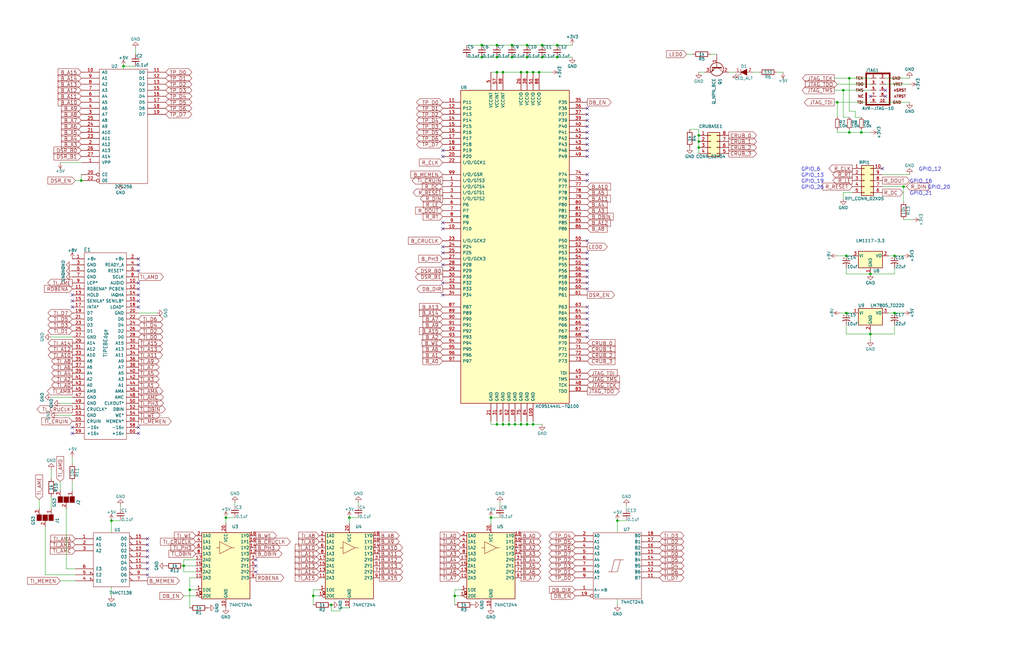
<source format=kicad_sch>
(kicad_sch (version 20211123) (generator eeschema)
  (paper "B")
  (title_block (title "TIPI PEB - TI-99/4A to RPi adapter") (date "2017-10-15") (rev "0") (company "ti994a.cwfk.net") (comment 1 "github.com/jedimatt42/tipi"))
  (lib_symbols
    (symbol "power:+5V" (power) (pin_names (offset 0))
      (property "Value" "+5V" (at 0 3.556 0))
      (symbol "+5V_1_1"
        (pin power_in line (at 0 0 90) (length 0) hide (name "+5V") (number "1"))
      )
    )
    (symbol "power:+8V" (power) (pin_names (offset 0))
      (property "Value" "+8V" (at 0 3.556 0))
      (symbol "+8V_1_1"
        (pin power_in line (at 0 0 90) (length 0) hide (name "+8V") (number "1"))
      )
    )
    (symbol "power:GND" (power) (pin_names (offset 0))
      (property "Value" "GND" (at 0 -3.81 0))
      (symbol "GND_1_1"
        (pin power_in line (at 0 0 270) (length 0) hide (name "GND") (number "1"))
      )
    )
    (symbol "tipebedge:TiPEBEdge" (pin_names (offset 1.016))
      (property "Reference" "E" (at -7.62 39.37 0))
      (property "Value" "TiPEBEdge" (at 0 0 90))
      (symbol "TiPEBEdge_1_1"
        (pin power_out line (at -13.97 35.56 0) (length 5.08) (name "+8v") (number "1"))
        (pin bidirectional line (at 13.97 25.4 180) (length 5.08) (name "AUDIO") (number "10"))
        (pin input line (at -13.97 22.86 0) (length 5.08) (name "RDBENA*") (number "11"))
        (pin bidirectional line (at 13.97 22.86 180) (length 5.08) (name "PCBEN") (number "12"))
        (pin input line (at -13.97 20.32 0) (length 5.08) (name "HOLD") (number "13"))
        (pin bidirectional line (at 13.97 20.32 180) (length 5.08) (name "IAQHA") (number "14"))
        (pin output line (at -13.97 17.78 0) (length 5.08) (name "SENILA*") (number "15"))
        (pin bidirectional line (at 13.97 17.78 180) (length 5.08) (name "SENILB*") (number "16"))
        (pin output line (at -13.97 15.24 0) (length 5.08) (name "INTA*") (number "17"))
        (pin bidirectional line (at 13.97 15.24 180) (length 5.08) (name "LOAD*") (number "18"))
        (pin bidirectional line (at -13.97 12.7 0) (length 5.08) (name "D7") (number "19"))
        (pin power_out line (at 13.97 35.56 180) (length 5.08) (name "+8v") (number "2"))
        (pin passive line (at 13.97 12.7 180) (length 5.08) (name "GND") (number "20"))
        (pin bidirectional line (at -13.97 10.16 0) (length 5.08) (name "D5") (number "21"))
        (pin bidirectional line (at 13.97 10.16 180) (length 5.08) (name "D6") (number "22"))
        (pin bidirectional line (at -13.97 7.62 0) (length 5.08) (name "D3") (number "23"))
        (pin bidirectional line (at 13.97 7.62 180) (length 5.08) (name "D4") (number "24"))
        (pin bidirectional line (at -13.97 5.08 0) (length 5.08) (name "D1") (number "25"))
        (pin bidirectional line (at 13.97 5.08 180) (length 5.08) (name "D2") (number "26"))
        (pin passive line (at -13.97 2.54 0) (length 5.08) (name "GND") (number "27"))
        (pin bidirectional line (at 13.97 2.54 180) (length 5.08) (name "D0") (number "28"))
        (pin output line (at -13.97 0 0) (length 5.08) (name "A14") (number "29"))
        (pin passive line (at -13.97 33.02 0) (length 5.08) (name "GND") (number "3"))
        (pin output line (at 13.97 0 180) (length 5.08) (name "A15") (number "30"))
        (pin output line (at -13.97 -2.54 0) (length 5.08) (name "A12") (number "31"))
        (pin output line (at 13.97 -2.54 180) (length 5.08) (name "A13") (number "32"))
        (pin output line (at -13.97 -5.08 0) (length 5.08) (name "A10") (number "33"))
        (pin output line (at 13.97 -5.08 180) (length 5.08) (name "A11") (number "34"))
        (pin output line (at -13.97 -7.62 0) (length 5.08) (name "A8") (number "35"))
        (pin output line (at 13.97 -7.62 180) (length 5.08) (name "A9") (number "36"))
        (pin output line (at -13.97 -10.16 0) (length 5.08) (name "A6") (number "37"))
        (pin output line (at 13.97 -10.16 180) (length 5.08) (name "A7") (number "38"))
        (pin output line (at -13.97 -12.7 0) (length 5.08) (name "A4") (number "39"))
        (pin bidirectional line (at 13.97 33.02 180) (length 5.08) (name "READY_A") (number "4"))
        (pin output line (at 13.97 -12.7 180) (length 5.08) (name "A5") (number "40"))
        (pin output line (at -13.97 -15.24 0) (length 5.08) (name "A2") (number "41"))
        (pin output line (at 13.97 -15.24 180) (length 5.08) (name "A3") (number "42"))
        (pin output line (at -13.97 -17.78 0) (length 5.08) (name "A0") (number "43"))
        (pin output line (at 13.97 -17.78 180) (length 5.08) (name "A1") (number "44"))
        (pin output line (at -13.97 -20.32 0) (length 5.08) (name "AMB") (number "45"))
        (pin output line (at 13.97 -20.32 180) (length 5.08) (name "AMA") (number "46"))
        (pin passive line (at -13.97 -22.86 0) (length 5.08) (name "GND") (number "47"))
        (pin output line (at 13.97 -22.86 180) (length 5.08) (name "AMC") (number "48"))
        (pin passive line (at -13.97 -25.4 0) (length 5.08) (name "GND") (number "49"))
        (pin passive line (at -13.97 30.48 0) (length 5.08) (name "GND") (number "5"))
        (pin output line (at 13.97 -25.4 180) (length 5.08) (name "CLKOUT*") (number "50"))
        (pin output line (at -13.97 -27.94 0) (length 5.08) (name "CRUCLK*") (number "51"))
        (pin output line (at 13.97 -27.94 180) (length 5.08) (name "DBIN") (number "52"))
        (pin passive line (at -13.97 -30.48 0) (length 5.08) (name "GND") (number "53"))
        (pin output line (at 13.97 -30.48 180) (length 5.08) (name "WE*") (number "54"))
        (pin input line (at -13.97 -33.02 0) (length 5.08) (name "CRUIN") (number "55"))
        (pin output line (at 13.97 -33.02 180) (length 5.08) (name "MEMEN*") (number "56"))
        (pin power_out line (at -13.97 -35.56 0) (length 5.08) (name "-16v") (number "57"))
        (pin power_out line (at 13.97 -35.56 180) (length 5.08) (name "-16v") (number "58"))
        (pin power_out line (at -13.97 -38.1 0) (length 5.08) (name "+16v") (number "59"))
        (pin bidirectional line (at 13.97 30.48 180) (length 5.08) (name "RESET*") (number "6"))
        (pin power_out line (at 13.97 -38.1 180) (length 5.08) (name "+16v") (number "60"))
        (pin passive line (at -13.97 27.94 0) (length 5.08) (name "GND") (number "7"))
        (pin bidirectional line (at 13.97 27.94 180) (length 5.08) (name "SCLK") (number "8"))
        (pin output line (at -13.97 25.4 0) (length 5.08) (name "LCP*") (number "9"))
      )
    )
    (symbol "tipi-peb-rescue:+3.3V-power" (power) (pin_names (offset 0))
      (property "Value" "+3.3V-power" (at 0 3.556 0))
      (symbol "+3.3V-power_1_1"
        (pin power_in line (at 0 0 90) (length 0) hide (name "+3V3") (number "1"))
      )
    )
    (symbol "tipi-peb-rescue:27C256-tipi-peb-rescue" (pin_names (offset 1.016))
      (property "Reference" "U" (at -3.81 25.4 0))
      (property "Value" "27C256-tipi-peb-rescue" (at 0 -25.4 0))
      (symbol "27C256-tipi-peb-rescue_0_0"
        (pin power_in line (at 0 -25.4 90) (length 1.27) hide (name "GND") (number "14"))
        (pin power_in line (at 0 25.4 270) (length 1.27) hide (name "VCC") (number "28"))
      )
      (symbol "27C256-tipi-peb-rescue_1_1"
        (pin input line (at -17.78 -15.24 0) (length 7.62) (name "VPP") (number "1"))
        (pin input line (at -17.78 22.86 0) (length 7.62) (name "A0") (number "10"))
        (pin tri_state line (at 17.78 22.86 180) (length 7.62) (name "D0") (number "11"))
        (pin tri_state line (at 17.78 20.32 180) (length 7.62) (name "D1") (number "12"))
        (pin tri_state line (at 17.78 17.78 180) (length 7.62) (name "D2") (number "13"))
        (pin tri_state line (at 17.78 15.24 180) (length 7.62) (name "D3") (number "15"))
        (pin tri_state line (at 17.78 12.7 180) (length 7.62) (name "D4") (number "16"))
        (pin tri_state line (at 17.78 10.16 180) (length 7.62) (name "D5") (number "17"))
        (pin tri_state line (at 17.78 7.62 180) (length 7.62) (name "D6") (number "18"))
        (pin tri_state line (at 17.78 5.08 180) (length 7.62) (name "D7") (number "19"))
        (pin input line (at -17.78 -7.62 0) (length 7.62) (name "A12") (number "2"))
        (pin input inverted (at -17.78 -20.32 0) (length 7.62) (name "CE") (number "20"))
        (pin input line (at -17.78 -2.54 0) (length 7.62) (name "A10") (number "21"))
        (pin input inverted (at -17.78 -22.86 0) (length 7.62) (name "OE") (number "22"))
        (pin input line (at -17.78 -5.08 0) (length 7.62) (name "A11") (number "23"))
        (pin input line (at -17.78 0 0) (length 7.62) (name "A9") (number "24"))
        (pin input line (at -17.78 2.54 0) (length 7.62) (name "A8") (number "25"))
        (pin input line (at -17.78 -10.16 0) (length 7.62) (name "A13") (number "26"))
        (pin input line (at -17.78 -12.7 0) (length 7.62) (name "A14") (number "27"))
        (pin input line (at -17.78 5.08 0) (length 7.62) (name "A7") (number "3"))
        (pin input line (at -17.78 7.62 0) (length 7.62) (name "A6") (number "4"))
        (pin input line (at -17.78 10.16 0) (length 7.62) (name "A5") (number "5"))
        (pin input line (at -17.78 12.7 0) (length 7.62) (name "A4") (number "6"))
        (pin input line (at -17.78 15.24 0) (length 7.62) (name "A3") (number "7"))
        (pin input line (at -17.78 17.78 0) (length 7.62) (name "A2") (number "8"))
        (pin input line (at -17.78 20.32 0) (length 7.62) (name "A1") (number "9"))
      )
    )
    (symbol "tipi-peb-rescue:74HC244-tipi-peb-rescue" (pin_names (offset 0.254))
      (property "Reference" "U" (at 2.54 16.51 0))
      (property "Value" "74HC244-tipi-peb-rescue" (at 1.27 -16.51 0))
      (symbol "74HC244-tipi-peb-rescue_0_0"
        (pin power_in line (at 0 -17.78 90) (length 3.81) (name "GND") (number "10"))
        (pin power_in line (at 0 17.78 270) (length 3.81) (name "VCC") (number "20"))
      )
      (symbol "74HC244-tipi-peb-rescue_1_1"
        (pin input inverted (at -12.7 -10.16 0) (length 2.54) (name "1OE") (number "1"))
        (pin input line (at -12.7 -5.08 0) (length 2.54) (name "2A3") (number "11"))
        (pin output line (at 12.7 5.08 180) (length 2.54) (name "1Y3") (number "12"))
        (pin input line (at -12.7 -2.54 0) (length 2.54) (name "2A2") (number "13"))
        (pin output line (at 12.7 7.62 180) (length 2.54) (name "1Y2") (number "14"))
        (pin input line (at -12.7 0 0) (length 2.54) (name "2A1") (number "15"))
        (pin output line (at 12.7 10.16 180) (length 2.54) (name "1Y1") (number "16"))
        (pin input line (at -12.7 2.54 0) (length 2.54) (name "2A0") (number "17"))
        (pin output line (at 12.7 12.7 180) (length 2.54) (name "1Y0") (number "18"))
        (pin input inverted (at -12.7 -12.7 0) (length 2.54) (name "2OE") (number "19"))
        (pin input line (at -12.7 12.7 0) (length 2.54) (name "1A0") (number "2"))
        (pin output line (at 12.7 2.54 180) (length 2.54) (name "2Y0") (number "3"))
        (pin input line (at -12.7 10.16 0) (length 2.54) (name "1A1") (number "4"))
        (pin output line (at 12.7 0 180) (length 2.54) (name "2Y1") (number "5"))
        (pin input line (at -12.7 7.62 0) (length 2.54) (name "1A2") (number "6"))
        (pin output line (at 12.7 -2.54 180) (length 2.54) (name "2Y2") (number "7"))
        (pin input line (at -12.7 5.08 0) (length 2.54) (name "1A3") (number "8"))
        (pin output line (at 12.7 -5.08 180) (length 2.54) (name "2Y3") (number "9"))
      )
    )
    (symbol "tipi-peb-rescue:74LS138-tipi-peb-rescue" (pin_names (offset 1.016))
      (property "Reference" "U" (at 2.54 12.7 0))
      (property "Value" "74LS138-tipi-peb-rescue" (at 3.81 -13.9446 0))
      (symbol "74LS138-tipi-peb-rescue_1_1"
        (pin input line (at -15.24 8.89 0) (length 7.62) (name "A0") (number "1"))
        (pin output output_low (at 15.24 -3.81 180) (length 7.62) (name "O5") (number "10"))
        (pin output output_low (at 15.24 -1.27 180) (length 7.62) (name "O4") (number "11"))
        (pin output output_low (at 15.24 1.27 180) (length 7.62) (name "O3") (number "12"))
        (pin output output_low (at 15.24 3.81 180) (length 7.62) (name "O2") (number "13"))
        (pin output output_low (at 15.24 6.35 180) (length 7.62) (name "O1") (number "14"))
        (pin output output_low (at 15.24 8.89 180) (length 7.62) (name "O0") (number "15"))
        (pin power_in line (at 0 11.43 270) (length 0) hide (name "VCC") (number "16"))
        (pin input line (at -15.24 6.35 0) (length 7.62) (name "A1") (number "2"))
        (pin input line (at -15.24 3.81 0) (length 7.62) (name "A2") (number "3"))
        (pin input input_low (at -15.24 -8.89 0) (length 7.62) (name "E1") (number "4"))
        (pin input input_low (at -15.24 -6.35 0) (length 7.62) (name "E2") (number "5"))
        (pin input line (at -15.24 -3.81 0) (length 7.62) (name "E3") (number "6"))
        (pin output output_low (at 15.24 -8.89 180) (length 7.62) (name "O7") (number "7"))
        (pin power_in line (at 0 -11.43 90) (length 0) hide (name "GND") (number "8"))
        (pin output output_low (at 15.24 -6.35 180) (length 7.62) (name "O6") (number "9"))
      )
    )
    (symbol "tipi-peb-rescue:74LS245-tipi-peb-rescue" (pin_names (offset 0.254))
      (property "Reference" "U" (at 2.54 14.605 0))
      (property "Value" "74LS245-tipi-peb-rescue" (at 1.27 -14.605 0))
      (symbol "74LS245-tipi-peb-rescue_0_0"
        (pin power_in line (at 0 -13.97 90) (length 0) hide (name "GND") (number "10"))
        (pin power_in line (at 0 13.97 270) (length 0) hide (name "VCC") (number "20"))
      )
      (symbol "74LS245-tipi-peb-rescue_1_1"
        (pin input line (at -17.78 -10.16 0) (length 7.62) (name "A->B") (number "1"))
        (pin tri_state line (at 17.78 -5.08 180) (length 7.62) (name "B7") (number "11"))
        (pin tri_state line (at 17.78 -2.54 180) (length 7.62) (name "B6") (number "12"))
        (pin tri_state line (at 17.78 0 180) (length 7.62) (name "B5") (number "13"))
        (pin tri_state line (at 17.78 2.54 180) (length 7.62) (name "B4") (number "14"))
        (pin tri_state line (at 17.78 5.08 180) (length 7.62) (name "B3") (number "15"))
        (pin tri_state line (at 17.78 7.62 180) (length 7.62) (name "B2") (number "16"))
        (pin tri_state line (at 17.78 10.16 180) (length 7.62) (name "B1") (number "17"))
        (pin tri_state line (at 17.78 12.7 180) (length 7.62) (name "B0") (number "18"))
        (pin input inverted (at -17.78 -12.7 0) (length 7.62) (name "CE") (number "19"))
        (pin tri_state line (at -17.78 12.7 0) (length 7.62) (name "A0") (number "2"))
        (pin tri_state line (at -17.78 10.16 0) (length 7.62) (name "A1") (number "3"))
        (pin tri_state line (at -17.78 7.62 0) (length 7.62) (name "A2") (number "4"))
        (pin tri_state line (at -17.78 5.08 0) (length 7.62) (name "A3") (number "5"))
        (pin tri_state line (at -17.78 2.54 0) (length 7.62) (name "A4") (number "6"))
        (pin tri_state line (at -17.78 0 0) (length 7.62) (name "A5") (number "7"))
        (pin tri_state line (at -17.78 -2.54 0) (length 7.62) (name "A6") (number "8"))
        (pin tri_state line (at -17.78 -5.08 0) (length 7.62) (name "A7") (number "9"))
      )
    )
    (symbol "tipi-peb-rescue:AVR-JTAG-10-tipi-peb-rescue" (pin_names (offset 1.016))
      (property "Reference" "CON" (at -4.318 8.382 0))
      (property "Value" "AVR-JTAG-10-tipi-peb-rescue" (at -8.636 -8.382 0))
      (symbol "AVR-JTAG-10-tipi-peb-rescue_0_0"
        (text "GND" (at 5.842 5.08 0) (effects (font (size 1.143 1.143) bold)))
        (text "NC" (at -9.144 -2.54 0) (effects (font (size 1.143 1.143) bold)))
      )
      (symbol "AVR-JTAG-10-tipi-peb-rescue_1_0"
        (text "GND" (at 6.096 -5.08 0) (effects (font (size 1.143 1.143) bold)))
        (text "nSRST" (at 7.366 0 0) (effects (font (size 1.143 1.143) bold)))
        (text "nTRST" (at 7.366 -2.54 0) (effects (font (size 1.143 1.143) bold)))
        (text "TCK" (at -9.652 5.08 0) (effects (font (size 1.143 1.143) bold)))
        (text "TDI" (at -9.398 -5.08 0) (effects (font (size 1.143 1.143) bold)))
        (text "TDO" (at -9.652 2.54 0) (effects (font (size 1.143 1.143) bold)))
        (text "TMS" (at -9.652 0 0) (effects (font (size 1.143 1.143) bold)))
        (text "VREF" (at 6.604 2.54 0) (effects (font (size 1.143 1.143) bold)))
      )
      (symbol "AVR-JTAG-10-tipi-peb-rescue_1_1"
        (pin passive line (at -5.08 5.08 0) (length 2.54) (name "~") (number "1"))
        (pin passive line (at 1.27 -5.08 180) (length 2.54) (name "~") (number "10"))
        (pin passive line (at 1.27 5.08 180) (length 2.54) (name "~") (number "2"))
        (pin passive line (at -5.08 2.54 0) (length 2.54) (name "~") (number "3"))
        (pin passive line (at 1.27 2.54 180) (length 2.54) (name "~") (number "4"))
        (pin passive line (at -5.08 0 0) (length 2.54) (name "~") (number "5"))
        (pin passive line (at 1.27 0 180) (length 2.54) (name "~") (number "6"))
        (pin passive line (at -5.08 -2.54 0) (length 2.54) (name "~") (number "7"))
        (pin passive line (at 1.27 -2.54 180) (length 2.54) (name "~") (number "8"))
        (pin passive line (at -5.08 -5.08 0) (length 2.54) (name "~") (number "9"))
      )
    )
    (symbol "tipi-peb-rescue:CP1_Small-tipi-peb-rescue" (pin_numbers hide) (pin_names (offset 0.254) hide)
      (property "Reference" "C" (at 0.254 1.778 0))
      (property "Value" "CP1_Small-tipi-peb-rescue" (at 0.254 -2.032 0))
      (symbol "CP1_Small-tipi-peb-rescue_1_1"
        (pin passive line (at 0 2.54 270) (length 2.032) (name "~") (number "1"))
        (pin passive line (at 0 -2.54 90) (length 2.032) (name "~") (number "2"))
      )
    )
    (symbol "tipi-peb-rescue:C_Small-tipi-peb-rescue" (pin_numbers hide) (pin_names (offset 0.254) hide)
      (property "Reference" "C" (at 0.254 1.778 0))
      (property "Value" "C_Small-tipi-peb-rescue" (at 0.254 -2.032 0))
      (symbol "C_Small-tipi-peb-rescue_1_1"
        (pin passive line (at 0 2.54 270) (length 2.032) (name "~") (number "1"))
        (pin passive line (at 0 -2.54 90) (length 2.032) (name "~") (number "2"))
      )
    )
    (symbol "tipi-peb-rescue:Conn_02x04_Counter_Clockwise-tipi-peb-rescue" (pin_names (offset 1.016) hide)
      (property "Reference" "J" (at 1.27 5.08 0))
      (property "Value" "Conn_02x04_Counter_Clockwise-tipi-peb-rescue" (at 1.27 -7.62 0))
      (symbol "Conn_02x04_Counter_Clockwise-tipi-peb-rescue_1_1"
        (pin passive line (at -5.08 2.54 0) (length 3.81) (name "Pin_1") (number "1"))
        (pin passive line (at -5.08 0 0) (length 3.81) (name "Pin_2") (number "2"))
        (pin passive line (at -5.08 -2.54 0) (length 3.81) (name "Pin_3") (number "3"))
        (pin passive line (at -5.08 -5.08 0) (length 3.81) (name "Pin_4") (number "4"))
        (pin passive line (at 7.62 -5.08 180) (length 3.81) (name "Pin_5") (number "5"))
        (pin passive line (at 7.62 -2.54 180) (length 3.81) (name "Pin_6") (number "6"))
        (pin passive line (at 7.62 0 180) (length 3.81) (name "Pin_7") (number "7"))
        (pin passive line (at 7.62 2.54 180) (length 3.81) (name "Pin_8") (number "8"))
      )
    )
    (symbol "tipi-peb-rescue:Conn_02x05_Counter_Clockwise-tipi-peb-rescue" (pin_names (offset 1.016) hide)
      (property "Reference" "J" (at 1.27 7.62 0))
      (property "Value" "Conn_02x05_Counter_Clockwise-tipi-peb-rescue" (at 1.27 -7.62 0))
      (symbol "Conn_02x05_Counter_Clockwise-tipi-peb-rescue_1_1"
        (pin passive line (at -5.08 5.08 0) (length 3.81) (name "Pin_1") (number "1"))
        (pin passive line (at 7.62 5.08 180) (length 3.81) (name "Pin_10") (number "10"))
        (pin passive line (at -5.08 2.54 0) (length 3.81) (name "Pin_2") (number "2"))
        (pin passive line (at -5.08 0 0) (length 3.81) (name "Pin_3") (number "3"))
        (pin passive line (at -5.08 -2.54 0) (length 3.81) (name "Pin_4") (number "4"))
        (pin passive line (at -5.08 -5.08 0) (length 3.81) (name "Pin_5") (number "5"))
        (pin passive line (at 7.62 -5.08 180) (length 3.81) (name "Pin_6") (number "6"))
        (pin passive line (at 7.62 -2.54 180) (length 3.81) (name "Pin_7") (number "7"))
        (pin passive line (at 7.62 0 180) (length 3.81) (name "Pin_8") (number "8"))
        (pin passive line (at 7.62 2.54 180) (length 3.81) (name "Pin_9") (number "9"))
      )
    )
    (symbol "tipi-peb-rescue:GS3-tipi-peb-rescue" (pin_names (offset 1.016) hide)
      (property "Reference" "J" (at 1.27 5.08 0))
      (property "Value" "GS3-tipi-peb-rescue" (at 1.27 -5.0546 0))
      (symbol "GS3-tipi-peb-rescue_1_1"
        (pin passive line (at -3.81 2.54 0) (length 2.54) (name "G1") (number "1"))
        (pin passive line (at 3.81 0 180) (length 2.54) (name "G2") (number "2"))
        (pin passive line (at -3.81 -2.54 0) (length 2.54) (name "G3") (number "3"))
      )
    )
    (symbol "tipi-peb-rescue:LED_ALT-tipi-peb-rescue" (pin_names (offset 1.016) hide)
      (property "Reference" "D" (at 0 2.54 0))
      (property "Value" "LED_ALT-tipi-peb-rescue" (at 0 -2.54 0))
      (symbol "LED_ALT-tipi-peb-rescue_1_1"
        (pin passive line (at -3.81 0 0) (length 2.54) (name "K") (number "1"))
        (pin passive line (at 3.81 0 180) (length 2.54) (name "A") (number "2"))
      )
    )
    (symbol "tipi-peb-rescue:LM1117-3.3-tipi-peb-rescue" (pin_names (offset 0.254))
      (property "Reference" "U" (at -3.81 3.175 0))
      (property "Value" "LM1117-3.3-tipi-peb-rescue" (at 0 3.175 0))
      (symbol "LM1117-3.3-tipi-peb-rescue_1_1"
        (pin power_in line (at 0 -7.62 90) (length 2.54) (name "GND") (number "1"))
        (pin power_out line (at 7.62 0 180) (length 2.54) (name "VO") (number "2"))
        (pin power_in line (at -7.62 0 0) (length 2.54) (name "VI") (number "3"))
      )
    )
    (symbol "tipi-peb-rescue:LM7805_TO220-tipi-peb-rescue" (pin_names (offset 0.254))
      (property "Reference" "U" (at -3.81 3.175 0))
      (property "Value" "LM7805_TO220-tipi-peb-rescue" (at 0 3.175 0))
      (symbol "LM7805_TO220-tipi-peb-rescue_1_1"
        (pin power_in line (at -7.62 0 0) (length 2.54) (name "VI") (number "1"))
        (pin power_in line (at 0 -7.62 90) (length 2.54) (name "GND") (number "2"))
        (pin power_out line (at 7.62 0 180) (length 2.54) (name "VO") (number "3"))
      )
    )
    (symbol "tipi-peb-rescue:Q_NPN_BCE-tipi-peb-rescue" (pin_names (offset 0) hide)
      (property "Reference" "Q" (at 5.08 1.27 0))
      (property "Value" "Q_NPN_BCE-tipi-peb-rescue" (at 5.08 -1.27 0))
      (symbol "Q_NPN_BCE-tipi-peb-rescue_1_1"
        (pin input line (at -5.08 0 0) (length 5.715) (name "B") (number "1"))
        (pin passive line (at 2.54 5.08 270) (length 2.54) (name "C") (number "2"))
        (pin passive line (at 2.54 -5.08 90) (length 2.54) (name "E") (number "3"))
      )
    )
    (symbol "tipi-peb-rescue:R-tipi-peb-rescue" (pin_numbers hide) (pin_names (offset 0))
      (property "Reference" "R" (at 2.032 0 90))
      (property "Value" "R-tipi-peb-rescue" (at 0 0 90))
      (symbol "R-tipi-peb-rescue_1_1"
        (pin passive line (at 0 3.81 270) (length 1.27) (name "~") (number "1"))
        (pin passive line (at 0 -3.81 90) (length 1.27) (name "~") (number "2"))
      )
    )
    (symbol "tipi-peb-rescue:R_Small-tipi-peb-rescue" (pin_numbers hide) (pin_names (offset 0.254) hide)
      (property "Reference" "R" (at 0.762 0.508 0))
      (property "Value" "R_Small-tipi-peb-rescue" (at 0.762 -1.016 0))
      (symbol "R_Small-tipi-peb-rescue_1_1"
        (pin passive line (at 0 2.54 270) (length 0.762) (name "~") (number "1"))
        (pin passive line (at 0 -2.54 90) (length 0.762) (name "~") (number "2"))
      )
    )
    (symbol "tipi-peb-rescue:XC95144XL-TQ100-tipi-peb-rescue" (pin_names (offset 0.762))
      (property "Reference" "U" (at -21.59 67.31 0))
      (property "Value" "XC95144XL-TQ100-tipi-peb-rescue" (at 17.78 -67.31 0))
      (symbol "XC95144XL-TQ100-tipi-peb-rescue_1_1"
        (pin bidirectional line (at -30.48 27.94 0) (length 7.62) (name "I/O/GTS3") (number "1"))
        (pin bidirectional line (at -30.48 7.62 0) (length 7.62) (name "P10") (number "10"))
        (pin power_in line (at 7.62 -73.66 90) (length 7.62) (name "GND") (number "100"))
        (pin bidirectional line (at -30.48 60.96 0) (length 7.62) (name "P11") (number "11"))
        (pin bidirectional line (at -30.48 58.42 0) (length 7.62) (name "P12") (number "12"))
        (pin bidirectional line (at -30.48 55.88 0) (length 7.62) (name "P13") (number "13"))
        (pin bidirectional line (at -30.48 53.34 0) (length 7.62) (name "P14") (number "14"))
        (pin bidirectional line (at -30.48 50.8 0) (length 7.62) (name "P15") (number "15"))
        (pin bidirectional line (at -30.48 48.26 0) (length 7.62) (name "P16") (number "16"))
        (pin bidirectional line (at -30.48 45.72 0) (length 7.62) (name "P17") (number "17"))
        (pin bidirectional line (at -30.48 43.18 0) (length 7.62) (name "P18") (number "18"))
        (pin bidirectional line (at -30.48 40.64 0) (length 7.62) (name "P19") (number "19"))
        (pin bidirectional line (at -30.48 25.4 0) (length 7.62) (name "I/O/GTS4") (number "2"))
        (pin bidirectional line (at -30.48 38.1 0) (length 7.62) (name "P20") (number "20"))
        (pin power_in line (at -10.16 -73.66 90) (length 7.62) (name "GND") (number "21"))
        (pin bidirectional line (at -30.48 35.56 0) (length 7.62) (name "I/O/GCK1") (number "22"))
        (pin bidirectional line (at -30.48 2.54 0) (length 7.62) (name "I/O/GCK2") (number "23"))
        (pin bidirectional line (at -30.48 0 0) (length 7.62) (name "P24") (number "24"))
        (pin bidirectional line (at -30.48 -2.54 0) (length 7.62) (name "P25") (number "25"))
        (pin power_in line (at 2.54 73.66 270) (length 7.62) (name "VCCIO") (number "26"))
        (pin bidirectional line (at -30.48 -5.08 0) (length 7.62) (name "I/O/GCK3") (number "27"))
        (pin bidirectional line (at -30.48 -7.62 0) (length 7.62) (name "P28") (number "28"))
        (pin bidirectional line (at -30.48 -10.16 0) (length 7.62) (name "P29") (number "29"))
        (pin bidirectional line (at -30.48 22.86 0) (length 7.62) (name "I/O/GTS1") (number "3"))
        (pin bidirectional line (at -30.48 -12.7 0) (length 7.62) (name "P30") (number "30"))
        (pin power_in line (at -7.62 -73.66 90) (length 7.62) (name "GND") (number "31"))
        (pin bidirectional line (at -30.48 -15.24 0) (length 7.62) (name "P32") (number "32"))
        (pin bidirectional line (at -30.48 -17.78 0) (length 7.62) (name "P33") (number "33"))
        (pin bidirectional line (at -30.48 -20.32 0) (length 7.62) (name "P34") (number "34"))
        (pin bidirectional line (at 30.48 60.96 180) (length 7.62) (name "P35") (number "35"))
        (pin bidirectional line (at 30.48 58.42 180) (length 7.62) (name "P36") (number "36"))
        (pin bidirectional line (at 30.48 55.88 180) (length 7.62) (name "P37") (number "37"))
        (pin power_in line (at 5.08 73.66 270) (length 7.62) (name "VCCIO") (number "38"))
        (pin bidirectional line (at 30.48 53.34 180) (length 7.62) (name "P39") (number "39"))
        (pin bidirectional line (at -30.48 20.32 0) (length 7.62) (name "I/O/GTS2") (number "4"))
        (pin bidirectional line (at 30.48 50.8 180) (length 7.62) (name "P40") (number "40"))
        (pin bidirectional line (at 30.48 48.26 180) (length 7.62) (name "P41") (number "41"))
        (pin bidirectional line (at 30.48 45.72 180) (length 7.62) (name "P42") (number "42"))
        (pin bidirectional line (at 30.48 43.18 180) (length 7.62) (name "P43") (number "43"))
        (pin power_in line (at -5.08 -73.66 90) (length 7.62) (name "GND") (number "44"))
        (pin input line (at 30.48 -53.34 180) (length 7.62) (name "TDI") (number "45"))
        (pin bidirectional line (at 30.48 40.64 180) (length 7.62) (name "P46") (number "46"))
        (pin input line (at 30.48 -55.88 180) (length 7.62) (name "TMS") (number "47"))
        (pin input line (at 30.48 -58.42 180) (length 7.62) (name "TCK") (number "48"))
        (pin bidirectional line (at 30.48 38.1 180) (length 7.62) (name "P49") (number "49"))
        (pin power_in line (at -10.16 73.66 270) (length 7.62) (name "VCCINT") (number "5"))
        (pin bidirectional line (at 30.48 2.54 180) (length 7.62) (name "P50") (number "50"))
        (pin power_in line (at 7.62 73.66 270) (length 7.62) (name "VCCIO") (number "51"))
        (pin bidirectional line (at 30.48 0 180) (length 7.62) (name "P52") (number "52"))
        (pin bidirectional line (at 30.48 -2.54 180) (length 7.62) (name "P53") (number "53"))
        (pin bidirectional line (at 30.48 -5.08 180) (length 7.62) (name "P54") (number "54"))
        (pin bidirectional line (at 30.48 -7.62 180) (length 7.62) (name "P55") (number "55"))
        (pin bidirectional line (at 30.48 -10.16 180) (length 7.62) (name "P56") (number "56"))
        (pin power_in line (at -7.62 73.66 270) (length 7.62) (name "VCCINT") (number "57"))
        (pin bidirectional line (at 30.48 -12.7 180) (length 7.62) (name "P58") (number "58"))
        (pin bidirectional line (at 30.48 -15.24 180) (length 7.62) (name "P59") (number "59"))
        (pin bidirectional line (at -30.48 17.78 0) (length 7.62) (name "P6") (number "6"))
        (pin bidirectional line (at 30.48 -17.78 180) (length 7.62) (name "P60") (number "60"))
        (pin bidirectional line (at 30.48 -20.32 180) (length 7.62) (name "P61") (number "61"))
        (pin power_in line (at -2.54 -73.66 90) (length 7.62) (name "GND") (number "62"))
        (pin bidirectional line (at 30.48 -25.4 180) (length 7.62) (name "P63") (number "63"))
        (pin bidirectional line (at 30.48 -27.94 180) (length 7.62) (name "P64") (number "64"))
        (pin bidirectional line (at 30.48 -30.48 180) (length 7.62) (name "P65") (number "65"))
        (pin bidirectional line (at 30.48 -33.02 180) (length 7.62) (name "P66") (number "66"))
        (pin bidirectional line (at 30.48 -35.56 180) (length 7.62) (name "P67") (number "67"))
        (pin bidirectional line (at 30.48 -38.1 180) (length 7.62) (name "P68") (number "68"))
        (pin power_in line (at 0 -73.66 90) (length 7.62) (name "GND") (number "69"))
        (pin bidirectional line (at -30.48 15.24 0) (length 7.62) (name "P7") (number "7"))
        (pin bidirectional line (at 30.48 -40.64 180) (length 7.62) (name "P70") (number "70"))
        (pin bidirectional line (at 30.48 -43.18 180) (length 7.62) (name "P71") (number "71"))
        (pin bidirectional line (at 30.48 -45.72 180) (length 7.62) (name "P72") (number "72"))
        (pin bidirectional line (at 30.48 -48.26 180) (length 7.62) (name "P73") (number "73"))
        (pin bidirectional line (at 30.48 30.48 180) (length 7.62) (name "P74") (number "74"))
        (pin power_in line (at 2.54 -73.66 90) (length 7.62) (name "GND") (number "75"))
        (pin bidirectional line (at 30.48 27.94 180) (length 7.62) (name "P76") (number "76"))
        (pin bidirectional line (at 30.48 25.4 180) (length 7.62) (name "P77") (number "77"))
        (pin bidirectional line (at 30.48 22.86 180) (length 7.62) (name "P78") (number "78"))
        (pin bidirectional line (at 30.48 20.32 180) (length 7.62) (name "P79") (number "79"))
        (pin bidirectional line (at -30.48 12.7 0) (length 7.62) (name "P8") (number "8"))
        (pin bidirectional line (at 30.48 17.78 180) (length 7.62) (name "P80") (number "80"))
        (pin bidirectional line (at 30.48 15.24 180) (length 7.62) (name "P81") (number "81"))
        (pin bidirectional line (at 30.48 12.7 180) (length 7.62) (name "P82") (number "82"))
        (pin output line (at 30.48 -60.96 180) (length 7.62) (name "TDO") (number "83"))
        (pin power_in line (at 5.08 -73.66 90) (length 7.62) (name "GND") (number "84"))
        (pin bidirectional line (at 30.48 10.16 180) (length 7.62) (name "P85") (number "85"))
        (pin bidirectional line (at 30.48 7.62 180) (length 7.62) (name "P86") (number "86"))
        (pin bidirectional line (at -30.48 -25.4 0) (length 7.62) (name "P87") (number "87"))
        (pin power_in line (at 10.16 73.66 270) (length 7.62) (name "VCCIO") (number "88"))
        (pin bidirectional line (at -30.48 -27.94 0) (length 7.62) (name "P89") (number "89"))
        (pin bidirectional line (at -30.48 10.16 0) (length 7.62) (name "P9") (number "9"))
        (pin bidirectional line (at -30.48 -30.48 0) (length 7.62) (name "P90") (number "90"))
        (pin bidirectional line (at -30.48 -33.02 0) (length 7.62) (name "P91") (number "91"))
        (pin bidirectional line (at -30.48 -35.56 0) (length 7.62) (name "P92") (number "92"))
        (pin bidirectional line (at -30.48 -38.1 0) (length 7.62) (name "P93") (number "93"))
        (pin bidirectional line (at -30.48 -40.64 0) (length 7.62) (name "P94") (number "94"))
        (pin bidirectional line (at -30.48 -43.18 0) (length 7.62) (name "P95") (number "95"))
        (pin bidirectional line (at -30.48 -45.72 0) (length 7.62) (name "P96") (number "96"))
        (pin bidirectional line (at -30.48 -48.26 0) (length 7.62) (name "P97") (number "97"))
        (pin power_in line (at -5.08 73.66 270) (length 7.62) (name "VCCINT") (number "98"))
        (pin bidirectional line (at -30.48 30.48 0) (length 7.62) (name "I/O/GSR") (number "99"))
      )
    )
  )
  (junction (at 80.01 248.92))
  (junction (at 228.6 24.13))
  (junction (at 215.9 19.05))
  (junction (at 224.79 179.07))
  (junction (at 95.25 218.44))
  (junction (at 203.2 19.05))
  (junction (at 147.32 218.44))
  (junction (at 356.87 132.08))
  (junction (at 363.22 55.88))
  (junction (at 203.2 24.13))
  (junction (at 212.09 30.48))
  (junction (at 217.17 179.07))
  (junction (at 139.7 255.27))
  (junction (at 367.03 140.97))
  (junction (at 77.47 238.76))
  (junction (at 356.87 107.95))
  (junction (at 358.14 33.02))
  (junction (at 227.33 30.48))
  (junction (at 224.79 30.48))
  (junction (at 294.64 59.69))
  (junction (at 377.19 132.08))
  (junction (at 209.55 179.07))
  (junction (at 234.95 19.05))
  (junction (at 215.9 24.13))
  (junction (at 52.07 27.94))
  (junction (at 222.25 30.48))
  (junction (at 355.6 38.1))
  (junction (at 367.03 115.57))
  (junction (at 209.55 24.13))
  (junction (at 219.71 30.48))
  (junction (at 260.35 219.71))
  (junction (at 381 78.74))
  (junction (at 209.55 30.48))
  (junction (at 358.14 55.88))
  (junction (at 222.25 24.13))
  (junction (at 46.99 219.71))
  (junction (at 377.19 107.95))
  (junction (at 222.25 179.07))
  (junction (at 228.6 19.05))
  (junction (at 214.63 179.07))
  (junction (at 132.08 251.46))
  (junction (at 191.77 251.46))
  (junction (at 207.01 218.44))
  (junction (at 209.55 19.05))
  (junction (at 234.95 24.13))
  (junction (at 294.64 57.15))
  (junction (at 219.71 179.07))
  (junction (at 294.64 62.23))
  (junction (at 222.25 19.05))
  (junction (at 353.06 43.18))
  (junction (at 34.29 76.2))
  (junction (at 212.09 179.07))
  (no_connect (at 186.69 63.5))
  (no_connect (at 247.65 116.84))
  (no_connect (at 247.65 66.04))
  (no_connect (at 247.65 121.92))
  (no_connect (at 62.23 234.95))
  (no_connect (at 247.65 106.68))
  (no_connect (at 30.48 127))
  (no_connect (at 247.65 63.5))
  (no_connect (at 247.65 55.88))
  (no_connect (at 247.65 132.08))
  (no_connect (at 107.95 241.3))
  (no_connect (at 367.03 40.64))
  (no_connect (at 186.69 104.14))
  (no_connect (at 247.65 139.7))
  (no_connect (at 373.38 40.64))
  (no_connect (at 58.42 180.34))
  (no_connect (at 58.42 111.76))
  (no_connect (at 247.65 142.24))
  (no_connect (at 62.23 242.57))
  (no_connect (at 247.65 58.42))
  (no_connect (at 247.65 134.62))
  (no_connect (at 247.65 129.54))
  (no_connect (at 186.69 106.68))
  (no_connect (at 30.48 124.46))
  (no_connect (at 62.23 240.03))
  (no_connect (at 247.65 50.8))
  (no_connect (at 247.65 60.96))
  (no_connect (at 107.95 236.22))
  (no_connect (at 186.69 119.38))
  (no_connect (at 62.23 232.41))
  (no_connect (at 186.69 124.46))
  (no_connect (at 62.23 227.33))
  (no_connect (at 58.42 119.38))
  (no_connect (at 62.23 237.49))
  (no_connect (at 247.65 119.38))
  (no_connect (at 247.65 137.16))
  (no_connect (at 186.69 93.98))
  (no_connect (at 58.42 109.22))
  (no_connect (at 247.65 45.72))
  (no_connect (at 186.69 111.76))
  (no_connect (at 247.65 109.22))
  (no_connect (at 186.69 96.52))
  (no_connect (at 372.11 71.12))
  (no_connect (at 247.65 48.26))
  (no_connect (at 58.42 182.88))
  (no_connect (at 247.65 53.34))
  (no_connect (at 30.48 182.88))
  (no_connect (at 58.42 121.92))
  (no_connect (at 247.65 101.6))
  (no_connect (at 186.69 66.04))
  (no_connect (at 247.65 76.2))
  (no_connect (at 373.38 38.1))
  (no_connect (at 107.95 238.76))
  (no_connect (at 62.23 229.87))
  (no_connect (at 58.42 127))
  (no_connect (at 247.65 114.3))
  (no_connect (at 58.42 129.54))
  (no_connect (at 247.65 111.76))
  (no_connect (at 30.48 180.34))
  (no_connect (at 30.48 129.54))
  (no_connect (at 58.42 124.46))
  (no_connect (at 58.42 114.3))
  (no_connect (at 247.65 73.66))
  (wire (pts (xy 209.55 19.05) (xy 215.9 19.05)))
  (wire (pts (xy 207.01 179.07) (xy 207.01 177.8)))
  (wire (pts (xy 228.6 19.05) (xy 234.95 19.05)))
  (wire (pts (xy 212.09 177.8) (xy 212.09 179.07)))
  (wire (pts (xy 356.87 107.95) (xy 359.41 107.95)))
  (wire (pts (xy 327.66 30.48) (xy 330.2 30.48)))
  (wire (pts (xy 377.19 115.57) (xy 377.19 113.03)))
  (wire (pts (xy 351.79 33.02) (xy 358.14 33.02)))
  (wire (pts (xy 217.17 177.8) (xy 217.17 179.07)))
  (wire (pts (xy 132.08 248.92) (xy 134.62 248.92)))
  (wire (pts (xy 351.79 38.1) (xy 355.6 38.1)))
  (wire (pts (xy 356.87 115.57) (xy 367.03 115.57)))
  (wire (pts (xy 25.4 68.58) (xy 34.29 68.58)))
  (wire (pts (xy 367.03 139.7) (xy 367.03 140.97)))
  (wire (pts (xy 58.42 132.08) (xy 66.04 132.08)))
  (wire (pts (xy 82.55 248.92) (xy 80.01 248.92)))
  (wire (pts (xy 30.48 142.24) (xy 21.59 142.24)))
  (wire (pts (xy 147.32 218.44) (xy 151.13 218.44)))
  (wire (pts (xy 217.17 179.07) (xy 214.63 179.07)))
  (wire (pts (xy 260.35 255.27) (xy 260.35 252.73)))
  (wire (pts (xy 294.64 54.61) (xy 294.64 57.15)))
  (wire (pts (xy 222.25 179.07) (xy 219.71 179.07)))
  (wire (pts (xy 134.62 251.46) (xy 132.08 251.46)))
  (wire (pts (xy 52.07 27.94) (xy 57.15 27.94)))
  (wire (pts (xy 367.03 140.97) (xy 377.19 140.97)))
  (wire (pts (xy 363.22 49.53) (xy 360.68 49.53)))
  (wire (pts (xy 196.85 19.05) (xy 203.2 19.05)))
  (wire (pts (xy 289.56 22.86) (xy 292.1 22.86)))
  (wire (pts (xy 381 78.74) (xy 372.11 78.74)))
  (wire (pts (xy 355.6 81.28) (xy 359.41 81.28)))
  (wire (pts (xy 191.77 248.92) (xy 194.31 248.92)))
  (wire (pts (xy 30.48 170.18) (xy 25.4 170.18)))
  (wire (pts (xy 25.4 245.11) (xy 31.75 245.11)))
  (wire (pts (xy 21.59 214.63) (xy 21.59 209.55)))
  (wire (pts (xy 215.9 24.13) (xy 222.25 24.13)))
  (wire (pts (xy 219.71 30.48) (xy 222.25 30.48)))
  (wire (pts (xy 358.14 55.88) (xy 358.14 54.61)))
  (wire (pts (xy 224.79 177.8) (xy 224.79 179.07)))
  (wire (pts (xy 358.14 49.53) (xy 355.6 49.53)))
  (wire (pts (xy 374.65 132.08) (xy 377.19 132.08)))
  (wire (pts (xy 203.2 19.05) (xy 209.55 19.05)))
  (wire (pts (xy 294.64 54.61) (xy 290.83 54.61)))
  (wire (pts (xy 203.2 24.13) (xy 209.55 24.13)))
  (wire (pts (xy 209.55 179.07) (xy 207.01 179.07)))
  (wire (pts (xy 367.03 115.57) (xy 377.19 115.57)))
  (wire (pts (xy 353.06 49.53) (xy 353.06 43.18)))
  (wire (pts (xy 50.8 219.71) (xy 46.99 219.71)))
  (wire (pts (xy 381 92.71) (xy 384.81 92.71)))
  (wire (pts (xy 21.59 201.93) (xy 21.59 198.12)))
  (wire (pts (xy 294.64 62.23) (xy 294.64 64.77)))
  (wire (pts (xy 210.82 213.36) (xy 210.82 212.09)))
  (wire (pts (xy 228.6 179.07) (xy 224.79 179.07)))
  (wire (pts (xy 52.07 27.94) (xy 52.07 29.21)))
  (wire (pts (xy 212.09 30.48) (xy 219.71 30.48)))
  (wire (pts (xy 377.19 107.95) (xy 381 107.95)))
  (wire (pts (xy 228.6 24.13) (xy 234.95 24.13)))
  (wire (pts (xy 353.06 35.56) (xy 367.03 35.56)))
  (wire (pts (xy 356.87 140.97) (xy 367.03 140.97)))
  (wire (pts (xy 132.08 248.92) (xy 132.08 251.46)))
  (wire (pts (xy 191.77 251.46) (xy 191.77 255.27)))
  (wire (pts (xy 95.25 218.44) (xy 95.25 220.98)))
  (wire (pts (xy 224.79 30.48) (xy 227.33 30.48)))
  (wire (pts (xy 219.71 179.07) (xy 217.17 179.07)))
  (wire (pts (xy 212.09 179.07) (xy 209.55 179.07)))
  (wire (pts (xy 360.68 46.99) (xy 358.14 46.99)))
  (wire (pts (xy 143.51 257.81) (xy 139.7 257.81)))
  (wire (pts (xy 297.18 30.48) (xy 294.64 30.48)))
  (wire (pts (xy 80.01 248.92) (xy 80.01 256.54)))
  (wire (pts (xy 46.99 219.71) (xy 46.99 224.79)))
  (wire (pts (xy 353.06 55.88) (xy 358.14 55.88)))
  (wire (pts (xy 294.64 57.15) (xy 294.64 59.69)))
  (wire (pts (xy 355.6 49.53) (xy 355.6 38.1)))
  (wire (pts (xy 209.55 24.13) (xy 215.9 24.13)))
  (wire (pts (xy 27.94 214.63) (xy 27.94 240.03)))
  (wire (pts (xy 30.48 207.01) (xy 30.48 203.2)))
  (wire (pts (xy 143.51 256.54) (xy 143.51 257.81)))
  (wire (pts (xy 234.95 19.05) (xy 241.3 19.05)))
  (wire (pts (xy 207.01 218.44) (xy 210.82 218.44)))
  (wire (pts (xy 99.06 213.36) (xy 99.06 212.09)))
  (wire (pts (xy 363.22 55.88) (xy 367.03 55.88)))
  (wire (pts (xy 264.16 219.71) (xy 260.35 219.71)))
  (wire (pts (xy 381 85.09) (xy 381 78.74)))
  (wire (pts (xy 224.79 179.07) (xy 222.25 179.07)))
  (wire (pts (xy 356.87 137.16) (xy 356.87 140.97)))
  (wire (pts (xy 196.85 24.13) (xy 203.2 24.13)))
  (wire (pts (xy 358.14 55.88) (xy 363.22 55.88)))
  (wire (pts (xy 363.22 55.88) (xy 363.22 54.61)))
  (wire (pts (xy 16.51 210.82) (xy 16.51 214.63)))
  (wire (pts (xy 355.6 38.1) (xy 367.03 38.1)))
  (wire (pts (xy 373.38 43.18) (xy 383.54 43.18)))
  (wire (pts (xy 222.25 24.13) (xy 228.6 24.13)))
  (wire (pts (xy 222.25 19.05) (xy 228.6 19.05)))
  (wire (pts (xy 367.03 140.97) (xy 367.03 143.51)))
  (wire (pts (xy 147.32 218.44) (xy 147.32 220.98)))
  (wire (pts (xy 360.68 49.53) (xy 360.68 46.99)))
  (wire (pts (xy 358.14 46.99) (xy 358.14 33.02)))
  (wire (pts (xy 353.06 55.88) (xy 353.06 54.61)))
  (wire (pts (xy 77.47 251.46) (xy 82.55 251.46)))
  (wire (pts (xy 50.8 213.36) (xy 50.8 214.63)))
  (wire (pts (xy 95.25 218.44) (xy 99.06 218.44)))
  (wire (pts (xy 209.55 30.48) (xy 212.09 30.48)))
  (wire (pts (xy 372.11 73.66) (xy 383.54 73.66)))
  (wire (pts (xy 25.4 207.01) (xy 25.4 203.2)))
  (wire (pts (xy 214.63 177.8) (xy 214.63 179.07)))
  (wire (pts (xy 317.5 30.48) (xy 320.04 30.48)))
  (wire (pts (xy 151.13 213.36) (xy 151.13 212.09)))
  (wire (pts (xy 307.34 30.48) (xy 309.88 30.48)))
  (wire (pts (xy 82.55 236.22) (xy 77.47 236.22)))
  (wire (pts (xy 377.19 140.97) (xy 377.19 137.16)))
  (wire (pts (xy 209.55 177.8) (xy 209.55 179.07)))
  (wire (pts (xy 191.77 248.92) (xy 191.77 251.46)))
  (wire (pts (xy 351.79 43.18) (xy 353.06 43.18)))
  (wire (pts (xy 219.71 177.8) (xy 219.71 179.07)))
  (wire (pts (xy 222.25 177.8) (xy 222.25 179.07)))
  (wire (pts (xy 57.15 22.86) (xy 57.15 20.32)))
  (wire (pts (xy 207.01 218.44) (xy 207.01 220.98)))
  (wire (pts (xy 19.05 242.57) (xy 31.75 242.57)))
  (wire (pts (xy 30.48 195.58) (xy 30.48 193.04)))
  (wire (pts (xy 139.7 257.81) (xy 139.7 255.27)))
  (wire (pts (xy 21.59 167.64) (xy 30.48 167.64)))
  (wire (pts (xy 77.47 236.22) (xy 77.47 238.76)))
  (wire (pts (xy 377.19 132.08) (xy 381 132.08)))
  (wire (pts (xy 373.38 33.02) (xy 383.54 33.02)))
  (wire (pts (xy 19.05 222.25) (xy 19.05 242.57)))
  (wire (pts (xy 24.13 175.26) (xy 30.48 175.26)))
  (wire (pts (xy 207.01 30.48) (xy 209.55 30.48)))
  (wire (pts (xy 299.72 22.86) (xy 302.26 22.86)))
  (wire (pts (xy 358.14 33.02) (xy 367.03 33.02)))
  (wire (pts (xy 80.01 243.84) (xy 80.01 248.92)))
  (wire (pts (xy 382.27 78.74) (xy 381 78.74)))
  (wire (pts (xy 356.87 132.08) (xy 359.41 132.08)))
  (wire (pts (xy 374.65 107.95) (xy 377.19 107.95)))
  (wire (pts (xy 34.29 76.2) (xy 31.75 76.2)))
  (wire (pts (xy 46.99 251.46) (xy 46.99 247.65)))
  (wire (pts (xy 353.06 107.95) (xy 356.87 107.95)))
  (wire (pts (xy 222.25 30.48) (xy 224.79 30.48)))
  (wire (pts (xy 147.32 256.54) (xy 143.51 256.54)))
  (wire (pts (xy 132.08 251.46) (xy 132.08 255.27)))
  (wire (pts (xy 214.63 179.07) (xy 212.09 179.07)))
  (wire (pts (xy 194.31 251.46) (xy 191.77 251.46)))
  (wire (pts (xy 353.06 43.18) (xy 367.03 43.18)))
  (wire (pts (xy 356.87 115.57) (xy 356.87 113.03)))
  (wire (pts (xy 77.47 241.3) (xy 82.55 241.3)))
  (wire (pts (xy 27.94 240.03) (xy 31.75 240.03)))
  (wire (pts (xy 215.9 19.05) (xy 222.25 19.05)))
  (wire (pts (xy 77.47 238.76) (xy 77.47 241.3)))
  (wire (pts (xy 82.55 238.76) (xy 77.47 238.76)))
  (wire (pts (xy 34.29 73.66) (xy 34.29 76.2)))
  (wire (pts (xy 354.33 132.08) (xy 356.87 132.08)))
  (wire (pts (xy 260.35 219.71) (xy 260.35 224.79)))
  (wire (pts (xy 80.01 243.84) (xy 82.55 243.84)))
  (wire (pts (xy 227.33 30.48) (xy 232.41 30.48)))
  (wire (pts (xy 234.95 24.13) (xy 241.3 24.13)))
  (wire (pts (xy 355.6 83.82) (xy 355.6 81.28)))
  (wire (pts (xy 264.16 214.63) (xy 264.16 213.36)))
  (wire (pts (xy 294.64 59.69) (xy 294.64 62.23)))
  (wire (pts (xy 373.38 35.56) (xy 383.54 35.56)))
  (text "GPIO_13" (at 337.82 74.93 0) (effects (font (size 1.524 1.524)) (justify left bottom)))
  (text "GPIO_19" (at 337.82 77.47 0) (effects (font (size 1.524 1.524)) (justify left bottom)))
  (text "GPIO_20" (at 391.16 80.01 0) (effects (font (size 1.524 1.524)) (justify left bottom)))
  (text "GPIO_21" (at 383.54 82.55 0) (effects (font (size 1.524 1.524)) (justify left bottom)))
  (text "GPIO_16" (at 383.54 77.47 0) (effects (font (size 1.524 1.524)) (justify left bottom)))
  (text "GPIO_6" (at 337.82 72.39 0) (effects (font (size 1.524 1.524)) (justify left bottom)))
  (text "GPIO_12" (at 387.35 72.39 0) (effects (font (size 1.524 1.524)) (justify left bottom)))
  (text "GPIO_26" (at 337.82 80.01 0) (effects (font (size 1.524 1.524)) (justify left bottom)))
  (global_label "B_A6" (shape input) (at 34.29 53.34 180) (effects (font (size 1.524 1.524))) (property "Intersheet References" "${INTERSHEET_REFS}" (effects hide)))
  (global_label "TI_D3" (shape bidirectional) (at 30.48 137.16 180) (effects (font (size 1.524 1.524))) (property "Intersheet References" "${INTERSHEET_REFS}" (effects hide)))
  (global_label "B_A4" (shape input) (at 34.29 58.42 180) (effects (font (size 1.524 1.524))) (property "Intersheet References" "${INTERSHEET_REFS}" (effects hide)))
  (global_label "B_A8" (shape output) (at 160.02 226.06 0) (effects (font (size 1.524 1.524))) (property "Intersheet References" "${INTERSHEET_REFS}" (effects hide)))
  (global_label "TI_A14" (shape input) (at 134.62 241.3 180) (effects (font (size 1.524 1.524))) (property "Intersheet References" "${INTERSHEET_REFS}" (effects hide)))
  (global_label "TI_A6" (shape input) (at 194.31 241.3 180) (effects (font (size 1.524 1.524))) (property "Intersheet References" "${INTERSHEET_REFS}" (effects hide)))
  (global_label "TP_D7" (shape tri_state) (at 186.69 60.96 180) (effects (font (size 1.524 1.524))) (property "Intersheet References" "${INTERSHEET_REFS}" (effects hide)))
  (global_label "B_A4" (shape output) (at 219.71 236.22 0) (effects (font (size 1.524 1.524))) (property "Intersheet References" "${INTERSHEET_REFS}" (effects hide)))
  (global_label "R_RT" (shape output) (at 359.41 73.66 180) (effects (font (size 1.524 1.524))) (property "Intersheet References" "${INTERSHEET_REFS}" (effects hide)))
  (global_label "TP_D5" (shape tri_state) (at 69.85 43.18 0) (effects (font (size 1.524 1.524))) (property "Intersheet References" "${INTERSHEET_REFS}" (effects hide)))
  (global_label "B_DBIN" (shape input) (at 247.65 91.44 0) (effects (font (size 1.524 1.524))) (property "Intersheet References" "${INTERSHEET_REFS}" (effects hide)))
  (global_label "B_A2" (shape input) (at 186.69 142.24 180) (effects (font (size 1.524 1.524))) (property "Intersheet References" "${INTERSHEET_REFS}" (effects hide)))
  (global_label "TI_D1" (shape bidirectional) (at 278.13 231.14 0) (effects (font (size 1.524 1.524))) (property "Intersheet References" "${INTERSHEET_REFS}" (effects hide)))
  (global_label "CRUB_1" (shape input) (at 247.65 147.32 0) (effects (font (size 1.524 1.524))) (property "Intersheet References" "${INTERSHEET_REFS}" (effects hide)))
  (global_label "R_DIN" (shape output) (at 186.69 83.82 180) (effects (font (size 1.524 1.524))) (property "Intersheet References" "${INTERSHEET_REFS}" (effects hide)))
  (global_label "TI_A12" (shape output) (at 30.48 147.32 180) (effects (font (size 1.524 1.524))) (property "Intersheet References" "${INTERSHEET_REFS}" (effects hide)))
  (global_label "B_A4" (shape input) (at 247.65 86.36 0) (effects (font (size 1.524 1.524))) (property "Intersheet References" "${INTERSHEET_REFS}" (effects hide)))
  (global_label "DSR_EN" (shape input) (at 31.75 76.2 180) (effects (font (size 1.524 1.524))) (property "Intersheet References" "${INTERSHEET_REFS}" (effects hide)))
  (global_label "TI_A11" (shape input) (at 134.62 233.68 180) (effects (font (size 1.524 1.524))) (property "Intersheet References" "${INTERSHEET_REFS}" (effects hide)))
  (global_label "B_A5" (shape input) (at 34.29 55.88 180) (effects (font (size 1.524 1.524))) (property "Intersheet References" "${INTERSHEET_REFS}" (effects hide)))
  (global_label "TI_A3" (shape output) (at 58.42 160.02 0) (effects (font (size 1.524 1.524))) (property "Intersheet References" "${INTERSHEET_REFS}" (effects hide)))
  (global_label "TI_D6" (shape bidirectional) (at 58.42 134.62 0) (effects (font (size 1.524 1.524))) (property "Intersheet References" "${INTERSHEET_REFS}" (effects hide)))
  (global_label "B_A0" (shape input) (at 186.69 152.4 180) (effects (font (size 1.524 1.524))) (property "Intersheet References" "${INTERSHEET_REFS}" (effects hide)))
  (global_label "TI_D3" (shape bidirectional) (at 278.13 226.06 0) (effects (font (size 1.524 1.524))) (property "Intersheet References" "${INTERSHEET_REFS}" (effects hide)))
  (global_label "B_A12" (shape input) (at 247.65 93.98 0) (effects (font (size 1.524 1.524))) (property "Intersheet References" "${INTERSHEET_REFS}" (effects hide)))
  (global_label "TP_D1" (shape tri_state) (at 69.85 33.02 0) (effects (font (size 1.524 1.524))) (property "Intersheet References" "${INTERSHEET_REFS}" (effects hide)))
  (global_label "B_MEMEN" (shape output) (at 62.23 245.11 0) (effects (font (size 1.524 1.524))) (property "Intersheet References" "${INTERSHEET_REFS}" (effects hide)))
  (global_label "B_A11" (shape output) (at 160.02 233.68 0) (effects (font (size 1.524 1.524))) (property "Intersheet References" "${INTERSHEET_REFS}" (effects hide)))
  (global_label "R_LE" (shape input) (at 186.69 86.36 180) (effects (font (size 1.524 1.524))) (property "Intersheet References" "${INTERSHEET_REFS}" (effects hide)))
  (global_label "B_A14" (shape input) (at 186.69 132.08 180) (effects (font (size 1.524 1.524))) (property "Intersheet References" "${INTERSHEET_REFS}" (effects hide)))
  (global_label "TP_D4" (shape tri_state) (at 242.57 226.06 180) (effects (font (size 1.524 1.524))) (property "Intersheet References" "${INTERSHEET_REFS}" (effects hide)))
  (global_label "B_A13" (shape output) (at 160.02 238.76 0) (effects (font (size 1.524 1.524))) (property "Intersheet References" "${INTERSHEET_REFS}" (effects hide)))
  (global_label "CRUB_3" (shape input) (at 247.65 152.4 0) (effects (font (size 1.524 1.524))) (property "Intersheet References" "${INTERSHEET_REFS}" (effects hide)))
  (global_label "RDBENA" (shape output) (at 107.95 243.84 0) (effects (font (size 1.524 1.524))) (property "Intersheet References" "${INTERSHEET_REFS}" (effects hide)))
  (global_label "TP_D5" (shape tri_state) (at 242.57 228.6 180) (effects (font (size 1.524 1.524))) (property "Intersheet References" "${INTERSHEET_REFS}" (effects hide)))
  (global_label "TI_D2" (shape bidirectional) (at 58.42 139.7 0) (effects (font (size 1.524 1.524))) (property "Intersheet References" "${INTERSHEET_REFS}" (effects hide)))
  (global_label "TI_D4" (shape bidirectional) (at 278.13 238.76 0) (effects (font (size 1.524 1.524))) (property "Intersheet References" "${INTERSHEET_REFS}" (effects hide)))
  (global_label "TI_A9" (shape output) (at 58.42 152.4 0) (effects (font (size 1.524 1.524))) (property "Intersheet References" "${INTERSHEET_REFS}" (effects hide)))
  (global_label "TI_D0" (shape bidirectional) (at 58.42 142.24 0) (effects (font (size 1.524 1.524))) (property "Intersheet References" "${INTERSHEET_REFS}" (effects hide)))
  (global_label "DSR_B0" (shape input) (at 34.29 63.5 180) (effects (font (size 1.524 1.524))) (property "Intersheet References" "${INTERSHEET_REFS}" (effects hide)))
  (global_label "TI_A5" (shape input) (at 194.31 238.76 180) (effects (font (size 1.524 1.524))) (property "Intersheet References" "${INTERSHEET_REFS}" (effects hide)))
  (global_label "TI_D6" (shape bidirectional) (at 278.13 241.3 0) (effects (font (size 1.524 1.524))) (property "Intersheet References" "${INTERSHEET_REFS}" (effects hide)))
  (global_label "JTAG_TMS" (shape input) (at 247.65 160.02 0) (effects (font (size 1.524 1.524))) (property "Intersheet References" "${INTERSHEET_REFS}" (effects hide)))
  (global_label "TI_CRUCLK" (shape output) (at 30.48 172.72 180) (effects (font (size 1.524 1.524))) (property "Intersheet References" "${INTERSHEET_REFS}" (effects hide)))
  (global_label "B_A7" (shape output) (at 219.71 243.84 0) (effects (font (size 1.524 1.524))) (property "Intersheet References" "${INTERSHEET_REFS}" (effects hide)))
  (global_label "DB_EN" (shape output) (at 247.65 43.18 0) (effects (font (size 1.524 1.524))) (property "Intersheet References" "${INTERSHEET_REFS}" (effects hide)))
  (global_label "R_RESET" (shape output) (at 186.69 81.28 180) (effects (font (size 1.524 1.524))) (property "Intersheet References" "${INTERSHEET_REFS}" (effects hide)))
  (global_label "TP_D3" (shape tri_state) (at 69.85 38.1 0) (effects (font (size 1.524 1.524))) (property "Intersheet References" "${INTERSHEET_REFS}" (effects hide)))
  (global_label "B_A5" (shape input) (at 247.65 81.28 0) (effects (font (size 1.524 1.524))) (property "Intersheet References" "${INTERSHEET_REFS}" (effects hide)))
  (global_label "JTAG_TDI" (shape input) (at 247.65 157.48 0) (effects (font (size 1.524 1.524))) (property "Intersheet References" "${INTERSHEET_REFS}" (effects hide)))
  (global_label "JTAG_TMS" (shape output) (at 351.79 38.1 180) (effects (font (size 1.524 1.524))) (property "Intersheet References" "${INTERSHEET_REFS}" (effects hide)))
  (global_label "B_A1" (shape output) (at 219.71 228.6 0) (effects (font (size 1.524 1.524))) (property "Intersheet References" "${INTERSHEET_REFS}" (effects hide)))
  (global_label "TI_PH3" (shape output) (at 58.42 170.18 0) (effects (font (size 1.524 1.524))) (property "Intersheet References" "${INTERSHEET_REFS}" (effects hide)))
  (global_label "B_A13" (shape input) (at 186.69 129.54 180) (effects (font (size 1.524 1.524))) (property "Intersheet References" "${INTERSHEET_REFS}" (effects hide)))
  (global_label "JTAG_TCK" (shape output) (at 351.79 33.02 180) (effects (font (size 1.524 1.524))) (property "Intersheet References" "${INTERSHEET_REFS}" (effects hide)))
  (global_label "TP_D7" (shape tri_state) (at 242.57 233.68 180) (effects (font (size 1.524 1.524))) (property "Intersheet References" "${INTERSHEET_REFS}" (effects hide)))
  (global_label "B_A14" (shape input) (at 34.29 33.02 180) (effects (font (size 1.524 1.524))) (property "Intersheet References" "${INTERSHEET_REFS}" (effects hide)))
  (global_label "CRUB_0" (shape output) (at 307.34 57.15 0) (effects (font (size 1.524 1.524))) (property "Intersheet References" "${INTERSHEET_REFS}" (effects hide)))
  (global_label "R_CLK" (shape output) (at 359.41 71.12 180) (effects (font (size 1.524 1.524))) (property "Intersheet References" "${INTERSHEET_REFS}" (effects hide)))
  (global_label "B_A10" (shape input) (at 34.29 43.18 180) (effects (font (size 1.524 1.524))) (property "Intersheet References" "${INTERSHEET_REFS}" (effects hide)))
  (global_label "TP_D6" (shape tri_state) (at 242.57 231.14 180) (effects (font (size 1.524 1.524))) (property "Intersheet References" "${INTERSHEET_REFS}" (effects hide)))
  (global_label "TI_A9" (shape input) (at 134.62 228.6 180) (effects (font (size 1.524 1.524))) (property "Intersheet References" "${INTERSHEET_REFS}" (effects hide)))
  (global_label "LED0" (shape output) (at 247.65 104.14 0) (effects (font (size 1.524 1.524))) (property "Intersheet References" "${INTERSHEET_REFS}" (effects hide)))
  (global_label "TI_A14" (shape output) (at 30.48 144.78 180) (effects (font (size 1.524 1.524))) (property "Intersheet References" "${INTERSHEET_REFS}" (effects hide)))
  (global_label "B_A3" (shape output) (at 219.71 233.68 0) (effects (font (size 1.524 1.524))) (property "Intersheet References" "${INTERSHEET_REFS}" (effects hide)))
  (global_label "DSR_B1" (shape input) (at 34.29 66.04 180) (effects (font (size 1.524 1.524))) (property "Intersheet References" "${INTERSHEET_REFS}" (effects hide)))
  (global_label "JTAG_TDI" (shape output) (at 351.79 43.18 180) (effects (font (size 1.524 1.524))) (property "Intersheet References" "${INTERSHEET_REFS}" (effects hide)))
  (global_label "B_A11" (shape input) (at 247.65 83.82 0) (effects (font (size 1.524 1.524))) (property "Intersheet References" "${INTERSHEET_REFS}" (effects hide)))
  (global_label "TI_AME" (shape input) (at 16.51 210.82 90) (effects (font (size 1.524 1.524))) (property "Intersheet References" "${INTERSHEET_REFS}" (effects hide)))
  (global_label "R_RESET" (shape input) (at 359.41 78.74 180) (effects (font (size 1.524 1.524))) (property "Intersheet References" "${INTERSHEET_REFS}" (effects hide)))
  (global_label "B_A12" (shape output) (at 160.02 236.22 0) (effects (font (size 1.524 1.524))) (property "Intersheet References" "${INTERSHEET_REFS}" (effects hide)))
  (global_label "TI_A6" (shape output) (at 30.48 154.94 180) (effects (font (size 1.524 1.524))) (property "Intersheet References" "${INTERSHEET_REFS}" (effects hide)))
  (global_label "R_CLK" (shape input) (at 186.69 68.58 180) (effects (font (size 1.524 1.524))) (property "Intersheet References" "${INTERSHEET_REFS}" (effects hide)))
  (global_label "B_A15" (shape input) (at 34.29 30.48 180) (effects (font (size 1.524 1.524))) (property "Intersheet References" "${INTERSHEET_REFS}" (effects hide)))
  (global_label "B_A6" (shape output) (at 219.71 241.3 0) (effects (font (size 1.524 1.524))) (property "Intersheet References" "${INTERSHEET_REFS}" (effects hide)))
  (global_label "B_A8" (shape input) (at 247.65 96.52 0) (effects (font (size 1.524 1.524))) (property "Intersheet References" "${INTERSHEET_REFS}" (effects hide)))
  (global_label "TI_AMD" (shape input) (at 25.4 203.2 90) (effects (font (size 1.524 1.524))) (property "Intersheet References" "${INTERSHEET_REFS}" (effects hide)))
  (global_label "B_A9" (shape input) (at 186.69 137.16 180) (effects (font (size 1.524 1.524))) (property "Intersheet References" "${INTERSHEET_REFS}" (effects hide)))
  (global_label "R_RT" (shape input) (at 186.69 91.44 180) (effects (font (size 1.524 1.524))) (property "Intersheet References" "${INTERSHEET_REFS}" (effects hide)))
  (global_label "B_A0" (shape output) (at 219.71 226.06 0) (effects (font (size 1.524 1.524))) (property "Intersheet References" "${INTERSHEET_REFS}" (effects hide)))
  (global_label "TI_A8" (shape output) (at 30.48 152.4 180) (effects (font (size 1.524 1.524))) (property "Intersheet References" "${INTERSHEET_REFS}" (effects hide)))
  (global_label "B_A7" (shape input) (at 34.29 50.8 180) (effects (font (size 1.524 1.524))) (property "Intersheet References" "${INTERSHEET_REFS}" (effects hide)))
  (global_label "B_A15" (shape output) (at 160.02 243.84 0) (effects (font (size 1.524 1.524))) (property "Intersheet References" "${INTERSHEET_REFS}" (effects hide)))
  (global_label "TI_A7" (shape output) (at 58.42 154.94 0) (effects (font (size 1.524 1.524))) (property "Intersheet References" "${INTERSHEET_REFS}" (effects hide)))
  (global_label "CRUB_2" (shape output) (at 307.34 62.23 0) (effects (font (size 1.524 1.524))) (property "Intersheet References" "${INTERSHEET_REFS}" (effects hide)))
  (global_label "TI_AMA" (shape input) (at 31.75 227.33 180) (effects (font (size 1.524 1.524))) (property "Intersheet References" "${INTERSHEET_REFS}" (effects hide)))
  (global_label "TI_DBIN" (shape output) (at 58.42 172.72 0) (effects (font (size 1.524 1.524))) (property "Intersheet References" "${INTERSHEET_REFS}" (effects hide)))
  (global_label "DSR_EN" (shape output) (at 247.65 124.46 0) (effects (font (size 1.524 1.524))) (property "Intersheet References" "${INTERSHEET_REFS}" (effects hide)))
  (global_label "B_A5" (shape output) (at 219.71 238.76 0) (effects (font (size 1.524 1.524))) (property "Intersheet References" "${INTERSHEET_REFS}" (effects hide)))
  (global_label "TI_A5" (shape output) (at 58.42 157.48 0) (effects (font (size 1.524 1.524))) (property "Intersheet References" "${INTERSHEET_REFS}" (effects hide)))
  (global_label "B_MEMEN" (shape input) (at 186.69 73.66 180) (effects (font (size 1.524 1.524))) (property "Intersheet References" "${INTERSHEET_REFS}" (effects hide)))
  (global_label "JTAG_TCK" (shape input) (at 247.65 162.56 0) (effects (font (size 1.524 1.524))) (property "Intersheet References" "${INTERSHEET_REFS}" (effects hide)))
  (global_label "R_DOUT" (shape output) (at 372.11 76.2 0) (effects (font (size 1.524 1.524))) (property "Intersheet References" "${INTERSHEET_REFS}" (effects hide)))
  (global_label "DB_EN" (shape input) (at 242.57 251.46 180) (effects (font (size 1.524 1.524))) (property "Intersheet References" "${INTERSHEET_REFS}" (effects hide)))
  (global_label "B_CRUCLK" (shape output) (at 107.95 228.6 0) (effects (font (size 1.524 1.524))) (property "Intersheet References" "${INTERSHEET_REFS}" (effects hide)))
  (global_label "TP_D3" (shape tri_state) (at 242.57 238.76 180) (effects (font (size 1.524 1.524))) (property "Intersheet References" "${INTERSHEET_REFS}" (effects hide)))
  (global_label "TI_AMC" (shape input) (at 31.75 232.41 180) (effects (font (size 1.524 1.524))) (property "Intersheet References" "${INTERSHEET_REFS}" (effects hide)))
  (global_label "TI_D1" (shape bidirectional) (at 30.48 139.7 180) (effects (font (size 1.524 1.524))) (property "Intersheet References" "${INTERSHEET_REFS}" (effects hide)))
  (global_label "TP_D4" (shape tri_state) (at 69.85 40.64 0) (effects (font (size 1.524 1.524))) (property "Intersheet References" "${INTERSHEET_REFS}" (effects hide)))
  (global_label "JTAG_TDO" (shape input) (at 353.06 35.56 180) (effects (font (size 1.524 1.524))) (property "Intersheet References" "${INTERSHEET_REFS}" (effects hide)))
  (global_label "TI_A15" (shape output) (at 58.42 144.78 0) (effects (font (size 1.524 1.524))) (property "Intersheet References" "${INTERSHEET_REFS}" (effects hide)))
  (global_label "TP_D1" (shape tri_state) (at 242.57 241.3 180) (effects (font (size 1.524 1.524))) (property "Intersheet References" "${INTERSHEET_REFS}" (effects hide)))
  (global_label "TI_CRUCLK" (shape input) (at 82.55 228.6 180) (effects (font (size 1.524 1.524))) (property "Intersheet References" "${INTERSHEET_REFS}" (effects hide)))
  (global_label "TI_A1" (shape output) (at 58.42 162.56 0) (effects (font (size 1.524 1.524))) (property "Intersheet References" "${INTERSHEET_REFS}" (effects hide)))
  (global_label "DSR_B0" (shape output) (at 186.69 114.3 180) (effects (font (size 1.524 1.524))) (property "Intersheet References" "${INTERSHEET_REFS}" (effects hide)))
  (global_label "CRUB_3" (shape output) (at 307.34 64.77 0) (effects (font (size 1.524 1.524))) (property "Intersheet References" "${INTERSHEET_REFS}" (effects hide)))
  (global_label "JTAG_TDO" (shape output) (at 247.65 165.1 0) (effects (font (size 1.524 1.524))) (property "Intersheet References" "${INTERSHEET_REFS}" (effects hide)))
  (global_label "TI_A13" (shape output) (at 58.42 147.32 0) (effects (font (size 1.524 1.524))) (property "Intersheet References" "${INTERSHEET_REFS}" (effects hide)))
  (global_label "B_A8" (shape input) (at 34.29 48.26 180) (effects (font (size 1.524 1.524))) (property "Intersheet References" "${INTERSHEET_REFS}" (effects hide)))
  (global_label "TI_A8" (shape input) (at 134.62 226.06 180) (effects (font (size 1.524 1.524))) (property "Intersheet References" "${INTERSHEET_REFS}" (effects hide)))
  (global_label "B_CRUCLK" (shape input) (at 186.69 101.6 180) (effects (font (size 1.524 1.524))) (property "Intersheet References" "${INTERSHEET_REFS}" (effects hide)))
  (global_label "TI_D4" (shape bidirectional) (at 58.42 137.16 0) (effects (font (size 1.524 1.524))) (property "Intersheet References" "${INTERSHEET_REFS}" (effects hide)))
  (global_label "TI_D0" (shape bidirectional) (at 278.13 233.68 0) (effects (font (size 1.524 1.524))) (property "Intersheet References" "${INTERSHEET_REFS}" (effects hide)))
  (global_label "TI_D5" (shape bidirectional) (at 278.13 236.22 0) (effects (font (size 1.524 1.524))) (property "Intersheet References" "${INTERSHEET_REFS}" (effects hide)))
  (global_label "TI_AMD" (shape output) (at 58.42 116.84 0) (effects (font (size 1.524 1.524))) (property "Intersheet References" "${INTERSHEET_REFS}" (effects hide)))
  (global_label "TI_A12" (shape input) (at 134.62 236.22 180) (effects (font (size 1.524 1.524))) (property "Intersheet References" "${INTERSHEET_REFS}" (effects hide)))
  (global_label "TI_A0" (shape output) (at 30.48 162.56 180) (effects (font (size 1.524 1.524))) (property "Intersheet References" "${INTERSHEET_REFS}" (effects hide)))
  (global_label "B_A2" (shape output) (at 219.71 231.14 0) (effects (font (size 1.524 1.524))) (property "Intersheet References" "${INTERSHEET_REFS}" (effects hide)))
  (global_label "TP_D3" (shape tri_state) (at 186.69 53.34 180) (effects (font (size 1.524 1.524))) (property "Intersheet References" "${INTERSHEET_REFS}" (effects hide)))
  (global_label "R_DC" (shape output) (at 372.11 81.28 0) (effects (font (size 1.524 1.524))) (property "Intersheet References" "${INTERSHEET_REFS}" (effects hide)))
  (global_label "TI_A0" (shape input) (at 194.31 226.06 180) (effects (font (size 1.524 1.524))) (property "Intersheet References" "${INTERSHEET_REFS}" (effects hide)))
  (global_label "TP_D0" (shape tri_state) (at 186.69 43.18 180) (effects (font (size 1.524 1.524))) (property "Intersheet References" "${INTERSHEET_REFS}" (effects hide)))
  (global_label "B_A3" (shape input) (at 34.29 60.96 180) (effects (font (size 1.524 1.524))) (property "Intersheet References" "${INTERSHEET_REFS}" (effects hide)))
  (global_label "TI_A1" (shape input) (at 194.31 228.6 180) (effects (font (size 1.524 1.524))) (property "Intersheet References" "${INTERSHEET_REFS}" (effects hide)))
  (global_label "DB_DIR" (shape input) (at 242.57 248.92 180) (effects (font (size 1.524 1.524))) (property "Intersheet References" "${INTERSHEET_REFS}" (effects hide)))
  (global_label "CRUB_2" (shape input) (at 247.65 149.86 0) (effects (font (size 1.524 1.524))) (property "Intersheet References" "${INTERSHEET_REFS}" (effects hide)))
  (global_label "TI_A10" (shape output) (at 30.48 149.86 180) (effects (font (size 1.524 1.524))) (property "Intersheet References" "${INTERSHEET_REFS}" (effects hide)))
  (global_label "TI_A2" (shape output) (at 30.48 160.02 180) (effects (font (size 1.524 1.524))) (property "Intersheet References" "${INTERSHEET_REFS}" (effects hide)))
  (global_label "TI_AMB" (shape output) (at 30.48 165.1 180) (effects (font (size 1.524 1.524))) (property "Intersheet References" "${INTERSHEET_REFS}" (effects hide)))
  (global_label "B_A7" (shape input) (at 186.69 134.62 180) (effects (font (size 1.524 1.524))) (property "Intersheet References" "${INTERSHEET_REFS}" (effects hide)))
  (global_label "TP_D5" (shape tri_state) (at 186.69 55.88 180) (effects (font (size 1.524 1.524))) (property "Intersheet References" "${INTERSHEET_REFS}" (effects hide)))
  (global_label "B_A11" (shape input) (at 34.29 40.64 180) (effects (font (size 1.524 1.524))) (property "Intersheet References" "${INTERSHEET_REFS}" (effects hide)))
  (global_label "B_A6" (shape input) (at 186.69 147.32 180) (effects (font (size 1.524 1.524))) (property "Intersheet References" "${INTERSHEET_REFS}" (effects hide)))
  (global_label "TI_AME" (shape output) (at 30.48 119.38 180) (effects (font (size 1.524 1.524))) (property "Intersheet References" "${INTERSHEET_REFS}" (effects hide)))
  (global_label "R_DOUT" (shape input) (at 186.69 88.9 180) (effects (font (size 1.524 1.524))) (property "Intersheet References" "${INTERSHEET_REFS}" (effects hide)))
  (global_label "TI_WE" (shape output) (at 58.42 175.26 0) (effects (font (size 1.524 1.524))) (property "Intersheet References" "${INTERSHEET_REFS}" (effects hide)))
  (global_label "TI_CRUIN" (shape output) (at 186.69 76.2 180) (effects (font (size 1.524 1.524))) (property "Intersheet References" "${INTERSHEET_REFS}" (effects hide)))
  (global_label "TI_AMB" (shape input) (at 31.75 229.87 180) (effects (font (size 1.524 1.524))) (property "Intersheet References" "${INTERSHEET_REFS}" (effects hide)))
  (global_label "TI_MEMEN" (shape input) (at 25.4 245.11 180) (effects (font (size 1.524 1.524))) (property "Intersheet References" "${INTERSHEET_REFS}" (effects hide)))
  (global_label "B_A9" (shape input) (at 34.29 45.72 180) (effects (font (size 1.524 1.524))) (property "Intersheet References" "${INTERSHEET_REFS}" (effects hide)))
  (global_label "B_A9" (shape output) (at 160.02 228.6 0) (effects (font (size 1.524 1.524))) (property "Intersheet References" "${INTERSHEET_REFS}" (effects hide)))
  (global_label "TI_PH3" (shape input) (at 82.55 231.14 180) (effects (font (size 1.524 1.524))) (property "Intersheet References" "${INTERSHEET_REFS}" (effects hide)))
  (global_label "B_A10" (shape input) (at 247.65 78.74 0) (effects (font (size 1.524 1.524))) (property "Intersheet References" "${INTERSHEET_REFS}" (effects hide)))
  (global_label "B_DBIN" (shape output) (at 107.95 233.68 0) (effects (font (size 1.524 1.524))) (property "Intersheet References" "${INTERSHEET_REFS}" (effects hide)))
  (global_label "B_A13" (shape input) (at 34.29 35.56 180) (effects (font (size 1.524 1.524))) (property "Intersheet References" "${INTERSHEET_REFS}" (effects hide)))
  (global_label "TI_DBIN" (shape input) (at 82.55 233.68 180) (effects (font (size 1.524 1.524))) (property "Intersheet References" "${INTERSHEET_REFS}" (effects hide)))
  (global_label "LED0" (shape input) (at 289.56 22.86 180) (effects (font (size 1.524 1.524))) (property "Intersheet References" "${INTERSHEET_REFS}" (effects hide)))
  (global_label "TI_MEMEN" (shape output) (at 58.42 177.8 0) (effects (font (size 1.524 1.524))) (property "Intersheet References" "${INTERSHEET_REFS}" (effects hide)))
  (global_label "B_WE" (shape output) (at 107.95 226.06 0) (effects (font (size 1.524 1.524))) (property "Intersheet References" "${INTERSHEET_REFS}" (effects hide)))
  (global_label "TI_A11" (shape output) (at 58.42 149.86 0) (effects (font (size 1.524 1.524))) (property "Intersheet References" "${INTERSHEET_REFS}" (effects hide)))
  (global_label "R_DC" (shape input) (at 186.69 78.74 180) (effects (font (size 1.524 1.524))) (property "Intersheet References" "${INTERSHEET_REFS}" (effects hide)))
  (global_label "TP_D7" (shape tri_state) (at 69.85 48.26 0) (effects (font (size 1.524 1.524))) (property "Intersheet References" "${INTERSHEET_REFS}" (effects hide)))
  (global_label "DSR_B1" (shape output) (at 186.69 116.84 180) (effects (font (size 1.524 1.524))) (property "Intersheet References" "${INTERSHEET_REFS}" (effects hide)))
  (global_label "B_A15" (shape input) (at 186.69 139.7 180) (effects (font (size 1.524 1.524))) (property "Intersheet References" "${INTERSHEET_REFS}" (effects hide)))
  (global_label "TP_D0" (shape tri_state) (at 69.85 30.48 0) (effects (font (size 1.524 1.524))) (property "Intersheet References" "${INTERSHEET_REFS}" (effects hide)))
  (global_label "TP_D4" (shape tri_state) (at 186.69 50.8 180) (effects (font (size 1.524 1.524))) (property "Intersheet References" "${INTERSHEET_REFS}" (effects hide)))
  (global_label "TP_D2" (shape tri_state) (at 242.57 236.22 180) (effects (font (size 1.524 1.524))) (property "Intersheet References" "${INTERSHEET_REFS}" (effects hide)))
  (global_label "TP_D2" (shape tri_state) (at 186.69 48.26 180) (effects (font (size 1.524 1.524))) (property "Intersheet References" "${INTERSHEET_REFS}" (effects hide)))
  (global_label "TI_A10" (shape input) (at 134.62 231.14 180) (effects (font (size 1.524 1.524))) (property "Intersheet References" "${INTERSHEET_REFS}" (effects hide)))
  (global_label "B_PH3" (shape output) (at 107.95 231.14 0) (effects (font (size 1.524 1.524))) (property "Intersheet References" "${INTERSHEET_REFS}" (effects hide)))
  (global_label "R_DIN" (shape input) (at 382.27 78.74 0) (effects (font (size 1.524 1.524))) (property "Intersheet References" "${INTERSHEET_REFS}" (effects hide)))
  (global_label "CRUB_0" (shape input) (at 247.65 144.78 0) (effects (font (size 1.524 1.524))) (property "Intersheet References" "${INTERSHEET_REFS}" (effects hide)))
  (global_label "TI_A13" (shape input) (at 134.62 238.76 180) (effects (font (size 1.524 1.524))) (property "Intersheet References" "${INTERSHEET_REFS}" (effects hide)))
  (global_label "B_A10" (shape output) (at 160.02 231.14 0) (effects (font (size 1.524 1.524))) (property "Intersheet References" "${INTERSHEET_REFS}" (effects hide)))
  (global_label "TI_WE" (shape input) (at 82.55 226.06 180) (effects (font (size 1.524 1.524))) (property "Intersheet References" "${INTERSHEET_REFS}" (effects hide)))
  (global_label "TI_AMC" (shape output) (at 58.42 167.64 0) (effects (font (size 1.524 1.524))) (property "Intersheet References" "${INTERSHEET_REFS}" (effects hide)))
  (global_label "DB_EN" (shape input) (at 77.47 251.46 180) (effects (font (size 1.524 1.524))) (property "Intersheet References" "${INTERSHEET_REFS}" (effects hide)))
  (global_label "TI_D7" (shape bidirectional) (at 30.48 132.08 180) (effects (font (size 1.524 1.524))) (property "Intersheet References" "${INTERSHEET_REFS}" (effects hide)))
  (global_label "TI_D7" (shape bidirectional) (at 278.13 243.84 0) (effects (font (size 1.524 1.524))) (property "Intersheet References" "${INTERSHEET_REFS}" (effects hide)))
  (global_label "TI_A2" (shape input) (at 194.31 231.14 180) (effects (font (size 1.524 1.524))) (property "Intersheet References" "${INTERSHEET_REFS}" (effects hide)))
  (global_label "R_LE" (shape output) (at 359.41 76.2 180) (effects (font (size 1.524 1.524))) (property "Intersheet References" "${INTERSHEET_REFS}" (effects hide)))
  (global_label "B_A3" (shape input) (at 247.65 88.9 0) (effects (font (size 1.524 1.524))) (property "Intersheet References" "${INTERSHEET_REFS}" (effects hide)))
  (global_label "TI_A4" (shape input) (at 194.31 236.22 180) (effects (font (size 1.524 1.524))) (property "Intersheet References" "${INTERSHEET_REFS}" (effects hide)))
  (global_label "B_A14" (shape output) (at 160.02 241.3 0) (effects (font (size 1.524 1.524))) (property "Intersheet References" "${INTERSHEET_REFS}" (effects hide)))
  (global_label "TP_D1" (shape tri_state) (at 186.69 45.72 180) (effects (font (size 1.524 1.524))) (property "Intersheet References" "${INTERSHEET_REFS}" (effects hide)))
  (global_label "B_A12" (shape input) (at 34.29 38.1 180) (effects (font (size 1.524 1.524))) (property "Intersheet References" "${INTERSHEET_REFS}" (effects hide)))
  (global_label "RDBENA" (shape input) (at 30.48 121.92 180) (effects (font (size 1.524 1.524))) (property "Intersheet References" "${INTERSHEET_REFS}" (effects hide)))
  (global_label "TP_D2" (shape tri_state) (at 69.85 35.56 0) (effects (font (size 1.524 1.524))) (property "Intersheet References" "${INTERSHEET_REFS}" (effects hide)))
  (global_label "TP_D6" (shape tri_state) (at 186.69 58.42 180) (effects (font (size 1.524 1.524))) (property "Intersheet References" "${INTERSHEET_REFS}" (effects hide)))
  (global_label "B_PH3" (shape input) (at 186.69 109.22 180) (effects (font (size 1.524 1.524))) (property "Intersheet References" "${INTERSHEET_REFS}" (effects hide)))
  (global_label "TI_CRUIN" (shape input) (at 30.48 177.8 180) (effects (font (size 1.524 1.524))) (property "Intersheet References" "${INTERSHEET_REFS}" (effects hide)))
  (global_label "DB_DIR" (shape output) (at 186.69 121.92 180) (effects (font (size 1.524 1.524))) (property "Intersheet References" "${INTERSHEET_REFS}" (effects hide)))
  (global_label "TI_D5" (shape bidirectional) (at 30.48 134.62 180) (effects (font (size 1.524 1.524))) (property "Intersheet References" "${INTERSHEET_REFS}" (effects hide)))
  (global_label "TI_A3" (shape input) (at 194.31 233.68 180) (effects (font (size 1.524 1.524))) (property "Intersheet References" "${INTERSHEET_REFS}" (effects hide)))
  (global_label "TI_D2" (shape bidirectional) (at 278.13 228.6 0) (effects (font (size 1.524 1.524))) (property "Intersheet References" "${INTERSHEET_REFS}" (effects hide)))
  (global_label "TI_A7" (shape input) (at 194.31 243.84 180) (effects (font (size 1.524 1.524))) (property "Intersheet References" "${INTERSHEET_REFS}" (effects hide)))
  (global_label "B_A1" (shape input) (at 186.69 149.86 180) (effects (font (size 1.524 1.524))) (property "Intersheet References" "${INTERSHEET_REFS}" (effects hide)))
  (global_label "TI_AMA" (shape output) (at 58.42 165.1 0) (effects (font (size 1.524 1.524))) (property "Intersheet References" "${INTERSHEET_REFS}" (effects hide)))
  (global_label "TI_A15" (shape input) (at 134.62 243.84 180) (effects (font (size 1.524 1.524))) (property "Intersheet References" "${INTERSHEET_REFS}" (effects hide)))
  (global_label "TP_D6" (shape tri_state) (at 69.85 45.72 0) (effects (font (size 1.524 1.524))) (property "Intersheet References" "${INTERSHEET_REFS}" (effects hide)))
  (global_label "CRUB_1" (shape output) (at 307.34 59.69 0) (effects (font (size 1.524 1.524))) (property "Intersheet References" "${INTERSHEET_REFS}" (effects hide)))
  (global_label "TI_A4" (shape output) (at 30.48 157.48 180) (effects (font (size 1.524 1.524))) (property "Intersheet References" "${INTERSHEET_REFS}" (effects hide)))
  (global_label "TP_D0" (shape tri_state) (at 242.57 243.84 180) (effects (font (size 1.524 1.524))) (property "Intersheet References" "${INTERSHEET_REFS}" (effects hide)))
  (global_label "B_WE" (shape input) (at 186.69 144.78 180) (effects (font (size 1.524 1.524))) (property "Intersheet References" "${INTERSHEET_REFS}" (effects hide)))
  (symbol (lib_id "power:GND") (at 355.6 83.82 0) (unit 1)
    (property "Reference" "#PWR043" (effects hide))
    (property "Value" "GND" (at 355.6 87.63 0))
  )
  (symbol (lib_id "tipi-peb-rescue:27C256-tipi-peb-rescue") (at 52.07 53.34 0) (unit 1)
    (property "Reference" "U2" (at 48.26 27.94 0))
    (property "Value" "27C256" (at 52.07 78.74 0))
    (property "Footprint" "Housings_DIP:DIP-28_W15.24mm_Socket" (effects hide))
  )
  (symbol (lib_id "tipi-peb-rescue:74LS245-tipi-peb-rescue") (at 260.35 238.76 0) (unit 1)
    (property "Reference" "U7" (at 262.89 224.155 0) (effects (justify left bottom)))
    (property "Value" "74HCT245" (at 261.62 253.365 0) (effects (justify left top)))
    (property "Footprint" "Housings_SSOP:TSSOP-20_4.4x6.5mm_Pitch0.65mm" (effects hide))
  )
  (symbol (lib_id "tipi-peb-rescue:C_Small-tipi-peb-rescue") (at 215.9 21.59 0) (unit 1)
    (property "Reference" "C9" (at 216.154 19.812 0) (effects (justify left)))
    (property "Value" "0.1uf" (at 216.154 23.622 0) (effects (justify left)))
    (property "Footprint" "Capacitors_SMD:C_0805_HandSoldering" (effects hide))
  )
  (symbol (lib_id "tipi-peb-rescue:AVR-JTAG-10-tipi-peb-rescue") (at 372.11 38.1 0) (unit 1)
    (property "Reference" "JTAG1" (at 367.792 29.718 0))
    (property "Value" "AVR-JTAG-10" (at 363.474 46.482 0) (effects (justify left bottom)))
    (property "Footprint" "Pin_Headers:Pin_Header_Straight_2x05_Pitch2.54mm" (effects hide))
  )
  (symbol (lib_id "tipi-peb-rescue:+3.3V-power") (at 383.54 35.56 270) (unit 1)
    (property "Reference" "#PWR050" (effects hide))
    (property "Value" "+3.3V" (at 387.096 35.56 0))
  )
  (symbol (lib_id "power:GND") (at 383.54 33.02 180) (unit 1)
    (property "Reference" "#PWR049" (effects hide))
    (property "Value" "GND" (at 383.54 29.21 0))
  )
  (symbol (lib_id "power:GND") (at 383.54 43.18 0) (unit 1)
    (property "Reference" "#PWR051" (effects hide))
    (property "Value" "GND" (at 383.54 46.99 0))
  )
  (symbol (lib_id "power:+5V") (at 25.4 68.58 180) (unit 1)
    (property "Reference" "#PWR05" (effects hide))
    (property "Value" "+5V" (at 25.4 72.136 0))
  )
  (symbol (lib_id "tipi-peb-rescue:LM1117-3.3-tipi-peb-rescue") (at 367.03 107.95 0) (unit 1)
    (property "Reference" "U8" (at 369.57 114.3 0))
    (property "Value" "LM1117-3.3" (at 367.03 101.6 0))
    (property "Footprint" "TO_SOT_Packages_SMD:SOT-223-3_TabPin2" (effects hide))
  )
  (symbol (lib_id "power:GND") (at 367.03 115.57 0) (unit 1)
    (property "Reference" "#PWR045" (effects hide))
    (property "Value" "GND" (at 367.03 119.38 0))
  )
  (symbol (lib_id "tipi-peb-rescue:CP1_Small-tipi-peb-rescue") (at 377.19 110.49 0) (unit 1)
    (property "Reference" "C16" (at 377.444 108.712 0) (effects (justify left)))
    (property "Value" "22uf" (at 377.444 112.522 0) (effects (justify left)))
    (property "Footprint" "Capacitors_SMD:C_0805_HandSoldering" (effects hide))
  )
  (symbol (lib_id "tipi-peb-rescue:CP1_Small-tipi-peb-rescue") (at 356.87 110.49 0) (unit 1)
    (property "Reference" "C14" (at 357.124 108.712 0) (effects (justify left)))
    (property "Value" "10uf" (at 357.124 112.522 0) (effects (justify left)))
    (property "Footprint" "Capacitors_SMD:C_0805_HandSoldering" (effects hide))
  )
  (symbol (lib_id "tipi-peb-rescue:+3.3V-power") (at 381 107.95 270) (unit 1)
    (property "Reference" "#PWR047" (effects hide))
    (property "Value" "+3.3V" (at 384.556 107.95 0))
  )
  (symbol (lib_id "tipi-peb-rescue:LED_ALT-tipi-peb-rescue") (at 313.69 30.48 0) (unit 1)
    (property "Reference" "D1" (at 313.69 27.94 0))
    (property "Value" "LED_ALT" (at 313.69 33.02 0))
    (property "Footprint" "LEDs:LED_D3.0mm" (effects hide))
  )
  (symbol (lib_id "tipi-peb-rescue:R-tipi-peb-rescue") (at 323.85 30.48 270) (unit 1)
    (property "Reference" "R6" (at 323.85 32.512 90))
    (property "Value" "330" (at 323.85 30.48 90))
    (property "Footprint" "Resistors_SMD:R_0805_HandSoldering" (effects hide))
  )
  (symbol (lib_id "power:+5V") (at 330.2 30.48 180) (unit 1)
    (property "Reference" "#PWR040" (effects hide))
    (property "Value" "+5V" (at 330.2 34.036 0))
  )
  (symbol (lib_id "tipi-peb-rescue:R-tipi-peb-rescue") (at 295.91 22.86 270) (unit 1)
    (property "Reference" "R5" (at 295.91 24.892 90))
    (property "Value" "1k" (at 295.91 22.86 90))
    (property "Footprint" "Resistors_SMD:R_0805_HandSoldering" (effects hide))
  )
  (symbol (lib_id "tipi-peb-rescue:Q_NPN_BCE-tipi-peb-rescue") (at 302.26 27.94 270) (unit 1)
    (property "Reference" "Q1" (at 303.53 33.02 0) (effects (justify left)))
    (property "Value" "Q_NPN_BCE" (at 300.99 33.02 0) (effects (justify left)))
    (property "Footprint" "TO_SOT_Packages_SMD:SOT-23" (effects hide))
  )
  (symbol (lib_id "power:GND") (at 294.64 30.48 0) (unit 1)
    (property "Reference" "#PWR039" (effects hide))
    (property "Value" "GND" (at 294.64 34.29 0))
  )
  (symbol (lib_id "tipi-peb-rescue:Conn_02x04_Counter_Clockwise-tipi-peb-rescue") (at 299.72 59.69 0) (unit 1)
    (property "Reference" "CRUBASE1" (at 299.72 53.34 0))
    (property "Value" "CONN_02X04" (at 299.72 66.04 0))
    (property "Footprint" "Pin_Headers:Pin_Header_Straight_2x04_Pitch2.54mm" (effects hide))
  )
  (symbol (lib_id "power:GND") (at 383.54 73.66 180) (unit 1)
    (property "Reference" "#PWR052" (effects hide))
    (property "Value" "GND" (at 383.54 69.85 0))
  )
  (symbol (lib_id "tipi-peb-rescue:Conn_02x05_Counter_Clockwise-tipi-peb-rescue") (at 364.49 76.2 0) (unit 1)
    (property "Reference" "RPi1" (at 364.49 68.58 0))
    (property "Value" "RPI_CONN_02X05" (at 364.49 83.82 0))
    (property "Footprint" "Pin_Headers:Pin_Header_Straight_2x05_Pitch2.54mm" (effects hide))
  )
  (symbol (lib_id "power:+5V") (at 52.07 27.94 0) (unit 1)
    (property "Reference" "#PWR016" (effects hide))
    (property "Value" "+5V" (at 52.07 24.384 0))
  )
  (symbol (lib_id "power:GND") (at 50.8 77.47 0) (unit 1)
    (property "Reference" "#PWR014" (effects hide))
    (property "Value" "GND" (at 50.8 81.28 0))
  )
  (symbol (lib_id "tipi-peb-rescue:C_Small-tipi-peb-rescue") (at 57.15 25.4 0) (unit 1)
    (property "Reference" "C2" (at 57.404 23.622 0) (effects (justify left)))
    (property "Value" "0.1uf" (at 57.404 27.432 0) (effects (justify left)))
    (property "Footprint" "Capacitors_SMD:C_0805_HandSoldering" (effects hide))
  )
  (symbol (lib_id "power:GND") (at 57.15 20.32 180) (unit 1)
    (property "Reference" "#PWR017" (effects hide))
    (property "Value" "GND" (at 57.15 16.51 0))
  )
  (symbol (lib_id "tipi-peb-rescue:C_Small-tipi-peb-rescue") (at 264.16 217.17 0) (unit 1)
    (property "Reference" "C13" (at 264.414 215.392 0) (effects (justify left)))
    (property "Value" "0.1uf" (at 264.414 219.202 0) (effects (justify left)))
    (property "Footprint" "Capacitors_SMD:C_0805_HandSoldering" (effects hide))
  )
  (symbol (lib_id "power:+5V") (at 260.35 219.71 0) (unit 1)
    (property "Reference" "#PWR035" (effects hide))
    (property "Value" "+5V" (at 260.35 216.154 0))
  )
  (symbol (lib_id "power:GND") (at 260.35 255.27 0) (unit 1)
    (property "Reference" "#PWR036" (effects hide))
    (property "Value" "GND" (at 260.35 259.08 0))
  )
  (symbol (lib_id "power:GND") (at 264.16 213.36 180) (unit 1)
    (property "Reference" "#PWR037" (effects hide))
    (property "Value" "GND" (at 264.16 209.55 0))
  )
  (symbol (lib_id "tipi-peb-rescue:R_Small-tipi-peb-rescue") (at 353.06 52.07 0) (unit 1)
    (property "Reference" "R7" (at 353.822 51.562 0) (effects (justify left)))
    (property "Value" "10k" (at 353.822 53.086 0) (effects (justify left)))
    (property "Footprint" "Resistors_SMD:R_0805_HandSoldering" (effects hide))
  )
  (symbol (lib_id "tipi-peb-rescue:R_Small-tipi-peb-rescue") (at 358.14 52.07 0) (unit 1)
    (property "Reference" "R8" (at 358.902 51.562 0) (effects (justify left)))
    (property "Value" "10k" (at 358.902 53.086 0) (effects (justify left)))
    (property "Footprint" "Resistors_SMD:R_0805_HandSoldering" (effects hide))
  )
  (symbol (lib_id "tipi-peb-rescue:R_Small-tipi-peb-rescue") (at 363.22 52.07 0) (unit 1)
    (property "Reference" "R9" (at 363.982 51.562 0) (effects (justify left)))
    (property "Value" "10k" (at 363.982 53.086 0) (effects (justify left)))
    (property "Footprint" "Resistors_SMD:R_0805_HandSoldering" (effects hide))
  )
  (symbol (lib_id "tipi-peb-rescue:+3.3V-power") (at 367.03 55.88 270) (unit 1)
    (property "Reference" "#PWR044" (effects hide))
    (property "Value" "+3.3V" (at 370.586 55.88 0))
  )
  (symbol (lib_id "power:GND") (at 290.83 62.23 0) (unit 1)
    (property "Reference" "#PWR038" (effects hide))
    (property "Value" "GND" (at 290.83 66.04 0))
  )
  (symbol (lib_id "tipi-peb-rescue:XC95144XL-TQ100-tipi-peb-rescue") (at 217.17 104.14 0) (unit 1)
    (property "Reference" "U6" (at 195.58 36.83 0))
    (property "Value" "XC95144XL-TQ100" (at 234.95 171.45 0))
    (property "Footprint" "Housings_QFP:TQFP-100_14x14mm_Pitch0.5mm" (effects hide))
  )
  (symbol (lib_id "tipi-peb-rescue:C_Small-tipi-peb-rescue") (at 222.25 21.59 0) (unit 1)
    (property "Reference" "C10" (at 222.504 19.812 0) (effects (justify left)))
    (property "Value" "0.1uf" (at 222.504 23.622 0) (effects (justify left)))
    (property "Footprint" "Capacitors_SMD:C_0805_HandSoldering" (effects hide))
  )
  (symbol (lib_id "tipi-peb-rescue:C_Small-tipi-peb-rescue") (at 228.6 21.59 0) (unit 1)
    (property "Reference" "C11" (at 228.854 19.812 0) (effects (justify left)))
    (property "Value" "0.1uf" (at 228.854 23.622 0) (effects (justify left)))
    (property "Footprint" "Capacitors_SMD:C_0805_HandSoldering" (effects hide))
  )
  (symbol (lib_id "tipi-peb-rescue:+3.3V-power") (at 241.3 19.05 0) (unit 1)
    (property "Reference" "#PWR033" (effects hide))
    (property "Value" "+3.3V" (at 241.3 15.494 0))
  )
  (symbol (lib_id "tipi-peb-rescue:C_Small-tipi-peb-rescue") (at 234.95 21.59 0) (unit 1)
    (property "Reference" "C12" (at 235.204 19.812 0) (effects (justify left)))
    (property "Value" "0.1uf" (at 235.204 23.622 0) (effects (justify left)))
    (property "Footprint" "Capacitors_SMD:C_0805_HandSoldering" (effects hide))
  )
  (symbol (lib_id "tipi-peb-rescue:+3.3V-power") (at 232.41 30.48 270) (unit 1)
    (property "Reference" "#PWR032" (effects hide))
    (property "Value" "+3.3V" (at 235.966 30.48 0))
  )
  (symbol (lib_id "power:GND") (at 241.3 24.13 0) (unit 1)
    (property "Reference" "#PWR034" (effects hide))
    (property "Value" "GND" (at 241.3 27.94 0))
  )
  (symbol (lib_id "tipi-peb-rescue:C_Small-tipi-peb-rescue") (at 209.55 21.59 0) (unit 1)
    (property "Reference" "C7" (at 209.804 19.812 0) (effects (justify left)))
    (property "Value" "0.1uf" (at 209.804 23.622 0) (effects (justify left)))
    (property "Footprint" "Capacitors_SMD:C_0805_HandSoldering" (effects hide))
  )
  (symbol (lib_id "tipi-peb-rescue:C_Small-tipi-peb-rescue") (at 203.2 21.59 0) (unit 1)
    (property "Reference" "C6" (at 203.454 19.812 0) (effects (justify left)))
    (property "Value" "0.1uf" (at 203.454 23.622 0) (effects (justify left)))
    (property "Footprint" "Capacitors_SMD:C_0805_HandSoldering" (effects hide))
  )
  (symbol (lib_id "tipi-peb-rescue:C_Small-tipi-peb-rescue") (at 196.85 21.59 0) (unit 1)
    (property "Reference" "C5" (at 197.104 19.812 0) (effects (justify left)))
    (property "Value" "0.1uf" (at 197.104 23.622 0) (effects (justify left)))
    (property "Footprint" "Capacitors_SMD:C_0805_HandSoldering" (effects hide))
  )
  (symbol (lib_id "power:GND") (at 228.6 179.07 0) (unit 1)
    (property "Reference" "#PWR031" (effects hide))
    (property "Value" "GND" (at 228.6 182.88 0))
  )
  (symbol (lib_id "tipi-peb-rescue:R-tipi-peb-rescue") (at 290.83 58.42 0) (unit 1)
    (property "Reference" "R4" (at 292.862 58.42 90))
    (property "Value" "1k" (at 290.83 58.42 90))
    (property "Footprint" "Resistors_SMD:R_0805_HandSoldering" (effects hide))
  )
  (symbol (lib_id "tipebedge:TiPEBEdge") (at 44.45 144.78 0) (unit 1)
    (property "Reference" "E1" (at 36.83 105.41 0) (effects (font (size 1.524 1.524))))
    (property "Value" "TiPEBEdge" (at 44.45 144.78 90) (effects (font (size 1.524 1.524))))
    (property "Footprint" "peb-edge-card:ti99-peb-edge" (effects hide))
  )
  (symbol (lib_id "tipi-peb-rescue:74HC244-tipi-peb-rescue") (at 207.01 238.76 0) (unit 1)
    (property "Reference" "U5" (at 209.55 222.25 0) (effects (justify left)))
    (property "Value" "74HCT244" (at 208.28 255.27 0) (effects (justify left)))
    (property "Footprint" "Housings_SSOP:TSSOP-20_4.4x6.5mm_Pitch0.65mm" (effects hide))
  )
  (symbol (lib_id "tipi-peb-rescue:74HC244-tipi-peb-rescue") (at 147.32 238.76 0) (unit 1)
    (property "Reference" "U4" (at 149.86 222.25 0) (effects (justify left)))
    (property "Value" "74HCT244" (at 148.59 255.27 0) (effects (justify left)))
    (property "Footprint" "Housings_SSOP:TSSOP-20_4.4x6.5mm_Pitch0.65mm" (effects hide))
  )
  (symbol (lib_id "tipi-peb-rescue:74HC244-tipi-peb-rescue") (at 95.25 238.76 0) (unit 1)
    (property "Reference" "U3" (at 97.79 222.25 0) (effects (justify left)))
    (property "Value" "74HCT244" (at 96.52 255.27 0) (effects (justify left)))
    (property "Footprint" "Housings_SSOP:TSSOP-20_4.4x6.5mm_Pitch0.65mm" (effects hide))
  )
  (symbol (lib_id "power:GND") (at 139.7 255.27 90) (unit 1)
    (property "Reference" "#PWR024" (effects hide))
    (property "Value" "GND" (at 143.51 255.27 0))
  )
  (symbol (lib_id "power:GND") (at 199.39 255.27 90) (unit 1)
    (property "Reference" "#PWR027" (effects hide))
    (property "Value" "GND" (at 203.2 255.27 0))
  )
  (symbol (lib_id "tipi-peb-rescue:R-tipi-peb-rescue") (at 135.89 255.27 270) (unit 1)
    (property "Reference" "R2" (at 135.89 257.302 90))
    (property "Value" "1k" (at 135.89 255.27 90))
    (property "Footprint" "Resistors_SMD:R_0805_HandSoldering" (effects hide))
  )
  (symbol (lib_id "tipi-peb-rescue:R-tipi-peb-rescue") (at 195.58 255.27 270) (unit 1)
    (property "Reference" "R3" (at 195.58 257.302 90))
    (property "Value" "1k" (at 195.58 255.27 90))
    (property "Footprint" "Resistors_SMD:R_0805_HandSoldering" (effects hide))
  )
  (symbol (lib_id "tipi-peb-rescue:R-tipi-peb-rescue") (at 83.82 256.54 270) (unit 1)
    (property "Reference" "R1" (at 83.82 258.572 90))
    (property "Value" "1k" (at 83.82 256.54 90))
    (property "Footprint" "Resistors_SMD:R_0805_HandSoldering" (effects hide))
  )
  (symbol (lib_id "power:GND") (at 87.63 256.54 90) (unit 1)
    (property "Reference" "#PWR020" (effects hide))
    (property "Value" "GND" (at 91.44 256.54 0))
  )
  (symbol (lib_id "tipi-peb-rescue:74LS138-tipi-peb-rescue") (at 46.99 236.22 0) (unit 1)
    (property "Reference" "U1" (at 49.53 223.52 0))
    (property "Value" "74HCT138" (at 50.8 250.1646 0))
    (property "Footprint" "Housings_SSOP:TSSOP-16_4.4x5mm_Pitch0.65mm" (effects hide))
  )
  (symbol (lib_id "tipi-peb-rescue:C_Small-tipi-peb-rescue") (at 50.8 217.17 0) (unit 1)
    (property "Reference" "C1" (at 51.054 215.392 0) (effects (justify left)))
    (property "Value" "0.1uf" (at 51.054 219.202 0) (effects (justify left)))
    (property "Footprint" "Capacitors_SMD:C_0805_HandSoldering" (effects hide))
  )
  (symbol (lib_id "power:+5V") (at 46.99 219.71 0) (unit 1)
    (property "Reference" "#PWR012" (effects hide))
    (property "Value" "+5V" (at 46.99 216.154 0))
  )
  (symbol (lib_id "tipi-peb-rescue:C_Small-tipi-peb-rescue") (at 99.06 215.9 0) (unit 1)
    (property "Reference" "C3" (at 99.314 214.122 0) (effects (justify left)))
    (property "Value" "0.1uf" (at 99.314 217.932 0) (effects (justify left)))
    (property "Footprint" "Capacitors_SMD:C_0805_HandSoldering" (effects hide))
  )
  (symbol (lib_id "power:+5V") (at 95.25 218.44 0) (unit 1)
    (property "Reference" "#PWR021" (effects hide))
    (property "Value" "+5V" (at 95.25 214.884 0))
  )
  (symbol (lib_id "power:GND") (at 99.06 212.09 180) (unit 1)
    (property "Reference" "#PWR023" (effects hide))
    (property "Value" "GND" (at 99.06 208.28 0))
  )
  (symbol (lib_id "tipi-peb-rescue:C_Small-tipi-peb-rescue") (at 151.13 215.9 0) (unit 1)
    (property "Reference" "C4" (at 151.384 214.122 0) (effects (justify left)))
    (property "Value" "0.1uf" (at 151.384 217.932 0) (effects (justify left)))
    (property "Footprint" "Capacitors_SMD:C_0805_HandSoldering" (effects hide))
  )
  (symbol (lib_id "power:+5V") (at 147.32 218.44 0) (unit 1)
    (property "Reference" "#PWR025" (effects hide))
    (property "Value" "+5V" (at 147.32 214.884 0))
  )
  (symbol (lib_id "power:GND") (at 151.13 212.09 180) (unit 1)
    (property "Reference" "#PWR026" (effects hide))
    (property "Value" "GND" (at 151.13 208.28 0))
  )
  (symbol (lib_id "tipi-peb-rescue:C_Small-tipi-peb-rescue") (at 210.82 215.9 0) (unit 1)
    (property "Reference" "C8" (at 211.074 214.122 0) (effects (justify left)))
    (property "Value" "0.1uf" (at 211.074 217.932 0) (effects (justify left)))
    (property "Footprint" "Capacitors_SMD:C_0805_HandSoldering" (effects hide))
  )
  (symbol (lib_id "power:+5V") (at 207.01 218.44 0) (unit 1)
    (property "Reference" "#PWR028" (effects hide))
    (property "Value" "+5V" (at 207.01 214.884 0))
  )
  (symbol (lib_id "power:GND") (at 210.82 212.09 180) (unit 1)
    (property "Reference" "#PWR030" (effects hide))
    (property "Value" "GND" (at 210.82 208.28 0))
  )
  (symbol (lib_id "power:GND") (at 95.25 256.54 0) (unit 1)
    (property "Reference" "#PWR022" (effects hide))
    (property "Value" "GND" (at 95.25 260.35 0))
  )
  (symbol (lib_id "power:+8V") (at 30.48 109.22 0) (unit 1)
    (property "Reference" "#PWR07" (effects hide))
    (property "Value" "+8V" (at 30.48 105.664 0))
  )
  (symbol (lib_id "power:+8V") (at 353.06 107.95 90) (unit 1)
    (property "Reference" "#PWR041" (effects hide))
    (property "Value" "+8V" (at 349.504 107.95 0))
  )
  (symbol (lib_id "tipi-peb-rescue:LM7805_TO220-tipi-peb-rescue") (at 367.03 132.08 0) (unit 1)
    (property "Reference" "U9" (at 363.22 128.905 0))
    (property "Value" "LM7805_TO220" (at 367.03 128.905 0) (effects (justify left)))
    (property "Footprint" "TO_SOT_Packages_SMD:SOT-223-3_TabPin2" (effects hide))
  )
  (symbol (lib_id "power:+8V") (at 354.33 132.08 90) (unit 1)
    (property "Reference" "#PWR042" (effects hide))
    (property "Value" "+8V" (at 350.774 132.08 0))
  )
  (symbol (lib_id "tipi-peb-rescue:CP1_Small-tipi-peb-rescue") (at 356.87 134.62 0) (unit 1)
    (property "Reference" "C15" (at 357.124 132.842 0) (effects (justify left)))
    (property "Value" "10uf" (at 357.124 136.652 0) (effects (justify left)))
    (property "Footprint" "Capacitors_SMD:C_0805_HandSoldering" (effects hide))
  )
  (symbol (lib_id "tipi-peb-rescue:CP1_Small-tipi-peb-rescue") (at 377.19 134.62 0) (unit 1)
    (property "Reference" "C17" (at 377.444 132.842 0) (effects (justify left)))
    (property "Value" "22uf" (at 377.444 136.652 0) (effects (justify left)))
    (property "Footprint" "Capacitors_SMD:C_0805_HandSoldering" (effects hide))
  )
  (symbol (lib_id "power:GND") (at 367.03 143.51 0) (unit 1)
    (property "Reference" "#PWR046" (effects hide))
    (property "Value" "GND" (at 367.03 147.32 0))
  )
  (symbol (lib_id "power:+5V") (at 381 132.08 270) (unit 1)
    (property "Reference" "#PWR048" (effects hide))
    (property "Value" "+5V" (at 384.556 132.08 0))
  )
  (symbol (lib_id "power:GND") (at 46.99 251.46 0) (unit 1)
    (property "Reference" "#PWR013" (effects hide))
    (property "Value" "GND" (at 46.99 255.27 0))
  )
  (symbol (lib_id "power:GND") (at 207.01 256.54 0) (unit 1)
    (property "Reference" "#PWR029" (effects hide))
    (property "Value" "GND" (at 207.01 260.35 0))
  )
  (symbol (lib_id "power:GND") (at 66.04 132.08 90) (unit 1)
    (property "Reference" "#PWR018" (effects hide))
    (property "Value" "GND" (at 69.85 132.08 0))
  )
  (symbol (lib_id "power:GND") (at 30.48 111.76 270) (unit 1)
    (property "Reference" "#PWR08" (effects hide))
    (property "Value" "GND" (at 26.67 111.76 0))
  )
  (symbol (lib_id "power:GND") (at 30.48 114.3 270) (unit 1)
    (property "Reference" "#PWR09" (effects hide))
    (property "Value" "GND" (at 26.67 114.3 0))
  )
  (symbol (lib_id "power:GND") (at 30.48 116.84 270) (unit 1)
    (property "Reference" "#PWR010" (effects hide))
    (property "Value" "GND" (at 26.67 116.84 0))
  )
  (symbol (lib_id "power:GND") (at 21.59 142.24 270) (unit 1)
    (property "Reference" "#PWR01" (effects hide))
    (property "Value" "GND" (at 17.78 142.24 0))
  )
  (symbol (lib_id "power:GND") (at 21.59 167.64 270) (unit 1)
    (property "Reference" "#PWR02" (effects hide))
    (property "Value" "GND" (at 17.78 167.64 0))
  )
  (symbol (lib_id "power:GND") (at 25.4 170.18 270) (unit 1)
    (property "Reference" "#PWR06" (effects hide))
    (property "Value" "GND" (at 21.59 170.18 0))
  )
  (symbol (lib_id "power:GND") (at 24.13 175.26 270) (unit 1)
    (property "Reference" "#PWR04" (effects hide))
    (property "Value" "GND" (at 20.32 175.26 0))
  )
  (symbol (lib_id "tipi-peb-rescue:R-tipi-peb-rescue") (at 21.59 205.74 0) (unit 1)
    (property "Reference" "R10" (at 23.622 205.74 90))
    (property "Value" "1k" (at 21.59 205.74 90))
    (property "Footprint" "Resistors_SMD:R_0805_HandSoldering" (effects hide))
  )
  (symbol (lib_id "tipi-peb-rescue:R-tipi-peb-rescue") (at 30.48 199.39 0) (unit 1)
    (property "Reference" "R11" (at 32.512 199.39 90))
    (property "Value" "10k" (at 30.48 199.39 90))
    (property "Footprint" "Resistors_SMD:R_0805_HandSoldering" (effects hide))
  )
  (symbol (lib_id "power:GND") (at 21.59 198.12 180) (unit 1)
    (property "Reference" "#PWR03" (effects hide))
    (property "Value" "GND" (at 21.59 194.31 0))
  )
  (symbol (lib_id "power:+5V") (at 30.48 193.04 0) (unit 1)
    (property "Reference" "#PWR011" (effects hide))
    (property "Value" "+5V" (at 30.48 189.484 0))
  )
  (symbol (lib_id "power:GND") (at 50.8 213.36 180) (unit 1)
    (property "Reference" "#PWR015" (effects hide))
    (property "Value" "GND" (at 50.8 209.55 0))
  )
  (symbol (lib_id "tipi-peb-rescue:R-tipi-peb-rescue") (at 73.66 238.76 270) (unit 1)
    (property "Reference" "R12" (at 73.66 240.792 90))
    (property "Value" "1k" (at 73.66 238.76 90))
    (property "Footprint" "Resistors_SMD:R_0805_HandSoldering" (effects hide))
  )
  (symbol (lib_id "power:GND") (at 69.85 238.76 270) (unit 1)
    (property "Reference" "#PWR019" (effects hide))
    (property "Value" "GND" (at 66.04 238.76 0))
  )
  (symbol (lib_id "tipi-peb-rescue:+3.3V-power") (at 384.81 92.71 270) (unit 1)
    (property "Reference" "#PWR053" (effects hide))
    (property "Value" "+3.3V" (at 388.366 92.71 0))
  )
  (symbol (lib_id "tipi-peb-rescue:R-tipi-peb-rescue") (at 381 88.9 0) (unit 1)
    (property "Reference" "R13" (at 383.032 88.9 90))
    (property "Value" "10k" (at 381 88.9 90))
    (property "Footprint" "Resistors_SMD:R_0805_HandSoldering" (effects hide))
  )
  (symbol (lib_id "tipi-peb-rescue:GS3-tipi-peb-rescue") (at 19.05 218.44 270) (unit 1)
    (property "Reference" "J1" (at 24.13 219.71 0))
    (property "Value" "GS3" (at 13.9954 219.71 0))
    (property "Footprint" "Connectors:GS3" (effects hide))
  )
  (symbol (lib_id "tipi-peb-rescue:GS3-tipi-peb-rescue") (at 27.94 210.82 270) (unit 1)
    (property "Reference" "J2" (at 33.02 212.09 0))
    (property "Value" "GS3" (at 22.8854 212.09 0))
    (property "Footprint" "Connectors:GS3" (effects hide))
  )
)
</source>
